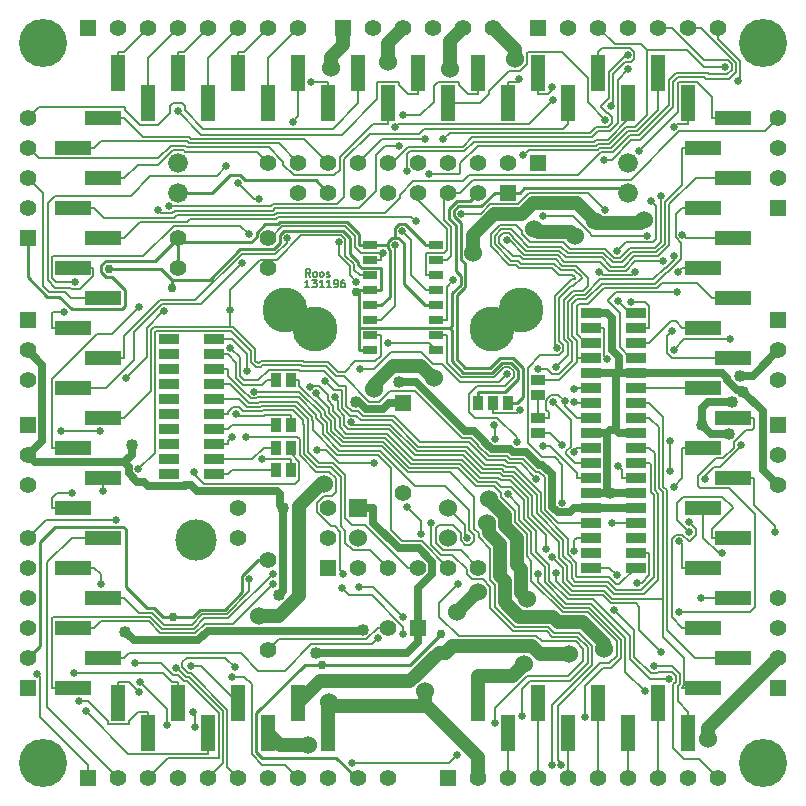
<source format=gtl>
G04 (created by PCBNEW-RS274X (2012-apr-16-27)-stable) date mer. 27 févr. 2013 14:04:48 CST*
G01*
G70*
G90*
%MOIN*%
G04 Gerber Fmt 3.4, Leading zero omitted, Abs format*
%FSLAX34Y34*%
G04 APERTURE LIST*
%ADD10C,0.006000*%
%ADD11C,0.006300*%
%ADD12R,0.060000X0.060000*%
%ADD13C,0.060000*%
%ADD14R,0.070800X0.035400*%
%ADD15C,0.138000*%
%ADD16R,0.055000X0.055000*%
%ADD17C,0.055000*%
%ADD18C,0.150000*%
%ADD19R,0.050000X0.120000*%
%ADD20R,0.120000X0.050000*%
%ADD21C,0.160000*%
%ADD22R,0.050000X0.025000*%
%ADD23R,0.038000X0.050000*%
%ADD24R,0.050000X0.038000*%
%ADD25C,0.066000*%
%ADD26C,0.040000*%
%ADD27C,0.025000*%
%ADD28C,0.030000*%
%ADD29C,0.046000*%
%ADD30C,0.010000*%
%ADD31C,0.025000*%
%ADD32C,0.008000*%
G04 APERTURE END LIST*
G54D10*
G54D11*
X22876Y-22151D02*
X22734Y-22151D01*
X22805Y-22151D02*
X22805Y-21901D01*
X22781Y-21937D01*
X22757Y-21961D01*
X22734Y-21973D01*
X22960Y-21901D02*
X23114Y-21901D01*
X23031Y-21996D01*
X23067Y-21996D01*
X23091Y-22008D01*
X23103Y-22020D01*
X23114Y-22044D01*
X23114Y-22104D01*
X23103Y-22127D01*
X23091Y-22139D01*
X23067Y-22151D01*
X22995Y-22151D01*
X22972Y-22139D01*
X22960Y-22127D01*
X23352Y-22151D02*
X23210Y-22151D01*
X23281Y-22151D02*
X23281Y-21901D01*
X23257Y-21937D01*
X23233Y-21961D01*
X23210Y-21973D01*
X23590Y-22151D02*
X23448Y-22151D01*
X23519Y-22151D02*
X23519Y-21901D01*
X23495Y-21937D01*
X23471Y-21961D01*
X23448Y-21973D01*
X23709Y-22151D02*
X23757Y-22151D01*
X23781Y-22139D01*
X23793Y-22127D01*
X23817Y-22092D01*
X23828Y-22044D01*
X23828Y-21949D01*
X23817Y-21925D01*
X23805Y-21913D01*
X23781Y-21901D01*
X23733Y-21901D01*
X23709Y-21913D01*
X23698Y-21925D01*
X23686Y-21949D01*
X23686Y-22008D01*
X23698Y-22032D01*
X23709Y-22044D01*
X23733Y-22056D01*
X23781Y-22056D01*
X23805Y-22044D01*
X23817Y-22032D01*
X23828Y-22008D01*
X24043Y-21901D02*
X23995Y-21901D01*
X23971Y-21913D01*
X23959Y-21925D01*
X23936Y-21961D01*
X23924Y-22008D01*
X23924Y-22104D01*
X23936Y-22127D01*
X23947Y-22139D01*
X23971Y-22151D01*
X24019Y-22151D01*
X24043Y-22139D01*
X24055Y-22127D01*
X24066Y-22104D01*
X24066Y-22044D01*
X24055Y-22020D01*
X24043Y-22008D01*
X24019Y-21996D01*
X23971Y-21996D01*
X23947Y-22008D01*
X23936Y-22020D01*
X23924Y-22044D01*
X22900Y-21801D02*
X22817Y-21682D01*
X22758Y-21801D02*
X22758Y-21551D01*
X22853Y-21551D01*
X22877Y-21563D01*
X22888Y-21575D01*
X22900Y-21599D01*
X22900Y-21635D01*
X22888Y-21658D01*
X22877Y-21670D01*
X22853Y-21682D01*
X22758Y-21682D01*
X23043Y-21801D02*
X23019Y-21789D01*
X23008Y-21777D01*
X22996Y-21754D01*
X22996Y-21682D01*
X23008Y-21658D01*
X23019Y-21646D01*
X23043Y-21635D01*
X23079Y-21635D01*
X23103Y-21646D01*
X23115Y-21658D01*
X23127Y-21682D01*
X23127Y-21754D01*
X23115Y-21777D01*
X23103Y-21789D01*
X23079Y-21801D01*
X23043Y-21801D01*
X23269Y-21801D02*
X23245Y-21789D01*
X23234Y-21777D01*
X23222Y-21754D01*
X23222Y-21682D01*
X23234Y-21658D01*
X23245Y-21646D01*
X23269Y-21635D01*
X23305Y-21635D01*
X23329Y-21646D01*
X23341Y-21658D01*
X23353Y-21682D01*
X23353Y-21754D01*
X23341Y-21777D01*
X23329Y-21789D01*
X23305Y-21801D01*
X23269Y-21801D01*
X23448Y-21789D02*
X23471Y-21801D01*
X23519Y-21801D01*
X23543Y-21789D01*
X23555Y-21765D01*
X23555Y-21754D01*
X23543Y-21730D01*
X23519Y-21718D01*
X23483Y-21718D01*
X23460Y-21706D01*
X23448Y-21682D01*
X23448Y-21670D01*
X23460Y-21646D01*
X23483Y-21635D01*
X23519Y-21635D01*
X23543Y-21646D01*
G54D12*
X24500Y-29500D03*
G54D13*
X27500Y-30500D03*
X27500Y-29500D03*
X24500Y-30500D03*
G54D14*
X18195Y-28386D03*
X18195Y-27886D03*
X18195Y-27386D03*
X18195Y-26886D03*
X18195Y-26386D03*
X18195Y-25886D03*
X18195Y-25386D03*
X18195Y-24886D03*
X18195Y-24386D03*
X18195Y-23886D03*
X19695Y-23886D03*
X19695Y-24386D03*
X19695Y-24886D03*
X19695Y-25386D03*
X19695Y-25886D03*
X19695Y-26386D03*
X19695Y-26886D03*
X19695Y-27386D03*
X19695Y-27886D03*
X19695Y-28386D03*
X32250Y-31500D03*
X33750Y-31500D03*
X32250Y-31000D03*
X33750Y-31000D03*
X32250Y-30500D03*
X33750Y-30500D03*
X32250Y-30000D03*
X33750Y-30000D03*
X32250Y-29500D03*
X33750Y-29500D03*
X32250Y-29000D03*
X33750Y-29000D03*
X32250Y-28500D03*
X33750Y-28500D03*
X32250Y-28000D03*
X33750Y-28000D03*
X32250Y-27500D03*
X33750Y-27500D03*
X32250Y-27000D03*
X33750Y-27000D03*
X32250Y-26500D03*
X33750Y-26500D03*
X32250Y-26000D03*
X33750Y-26000D03*
X32250Y-25500D03*
X33750Y-25500D03*
X32250Y-25000D03*
X33750Y-25000D03*
X32250Y-24500D03*
X33750Y-24500D03*
X32250Y-24000D03*
X33750Y-24000D03*
X32250Y-23500D03*
X33750Y-23500D03*
X32250Y-23000D03*
X33750Y-23000D03*
G54D15*
X19080Y-30579D03*
G54D16*
X29500Y-19000D03*
G54D17*
X28500Y-19000D03*
X27500Y-19000D03*
X26500Y-19000D03*
X25500Y-19000D03*
X24500Y-19000D03*
X23500Y-19000D03*
X22500Y-19000D03*
G54D18*
X28953Y-23527D03*
X23047Y-23527D03*
G54D16*
X30500Y-17998D03*
G54D17*
X29500Y-17998D03*
X28500Y-17998D03*
X27500Y-17998D03*
X26500Y-17998D03*
X25500Y-17998D03*
X24500Y-17998D03*
X23500Y-17998D03*
X22500Y-17998D03*
X21500Y-17998D03*
G54D18*
X29937Y-22921D03*
X22063Y-22921D03*
G54D16*
X23500Y-31500D03*
G54D17*
X24500Y-31500D03*
X25500Y-31500D03*
X26500Y-31500D03*
X27500Y-31500D03*
X28500Y-31500D03*
G54D16*
X26500Y-33500D03*
G54D17*
X25500Y-33500D03*
G54D16*
X38500Y-26750D03*
G54D17*
X38500Y-27750D03*
X38500Y-28750D03*
X21500Y-20500D03*
X18500Y-20500D03*
G54D16*
X38500Y-23250D03*
G54D17*
X38500Y-24250D03*
X38500Y-25250D03*
G54D16*
X13500Y-26750D03*
G54D17*
X13500Y-27750D03*
X13500Y-28750D03*
G54D16*
X13500Y-23250D03*
G54D17*
X13500Y-24250D03*
X13500Y-25250D03*
G54D19*
X16500Y-36000D03*
X17500Y-37000D03*
X18500Y-36000D03*
X19500Y-37000D03*
X20500Y-36000D03*
X21500Y-37000D03*
X22500Y-36000D03*
X23500Y-37000D03*
X28500Y-36000D03*
X29500Y-37000D03*
X30500Y-36000D03*
X31500Y-37000D03*
X32500Y-36000D03*
X33500Y-37000D03*
X34500Y-36000D03*
X35500Y-37000D03*
G54D20*
X36000Y-35500D03*
X37000Y-34500D03*
X36000Y-33500D03*
X37000Y-32500D03*
X36000Y-31500D03*
X37000Y-30500D03*
X36000Y-29500D03*
X37000Y-28500D03*
X36000Y-27500D03*
X37000Y-26500D03*
X36000Y-25500D03*
X37000Y-24500D03*
X36000Y-23500D03*
X37000Y-22500D03*
X36000Y-21500D03*
X37000Y-20500D03*
X36000Y-19500D03*
X37000Y-18500D03*
X36000Y-17500D03*
X37000Y-16500D03*
G54D19*
X35500Y-16000D03*
X34500Y-15000D03*
X33500Y-16000D03*
X32500Y-15000D03*
X31500Y-16000D03*
X30500Y-15000D03*
X29500Y-16000D03*
X28500Y-15000D03*
X27500Y-16000D03*
X26500Y-15000D03*
X25500Y-16000D03*
X24500Y-15000D03*
X23500Y-16000D03*
X22500Y-15000D03*
X21500Y-16000D03*
X20500Y-15000D03*
X19500Y-16000D03*
X18500Y-15000D03*
X17500Y-16000D03*
X16500Y-15000D03*
G54D20*
X16000Y-16500D03*
X15000Y-17500D03*
X16000Y-18500D03*
X15000Y-19500D03*
X16000Y-20500D03*
X15000Y-21500D03*
X16000Y-22500D03*
X15000Y-23500D03*
X16000Y-24500D03*
X15000Y-25500D03*
X16000Y-26500D03*
X15000Y-27500D03*
X16000Y-28500D03*
X15000Y-29500D03*
X16000Y-30500D03*
X15000Y-31500D03*
X16000Y-32500D03*
X15000Y-33500D03*
X16000Y-34500D03*
X15000Y-35500D03*
G54D21*
X38000Y-38000D03*
X14000Y-38000D03*
X14000Y-14000D03*
X38000Y-14000D03*
G54D22*
X24900Y-20750D03*
X24900Y-21250D03*
X24900Y-21750D03*
X24900Y-22250D03*
X27100Y-22250D03*
X27100Y-21750D03*
X27100Y-21250D03*
X27100Y-20750D03*
X24900Y-22750D03*
X24900Y-23250D03*
X24900Y-23750D03*
X24900Y-24250D03*
X27100Y-24250D03*
X27100Y-23750D03*
X27100Y-23250D03*
X27100Y-22750D03*
G54D23*
X29500Y-26000D03*
X29000Y-26000D03*
X28500Y-26000D03*
G54D24*
X30500Y-27000D03*
X30500Y-26500D03*
G54D23*
X22250Y-25250D03*
X21750Y-25250D03*
X22250Y-27500D03*
X21750Y-27500D03*
X22250Y-28250D03*
X21750Y-28250D03*
X22250Y-26750D03*
X21750Y-26750D03*
G54D24*
X30500Y-25750D03*
X30500Y-25250D03*
G54D16*
X15500Y-38500D03*
G54D17*
X16500Y-38500D03*
X17500Y-38500D03*
X18500Y-38500D03*
X19500Y-38500D03*
X20500Y-38500D03*
X21500Y-38500D03*
X22500Y-38500D03*
X23500Y-38500D03*
X24500Y-38500D03*
X25500Y-38500D03*
G54D16*
X27500Y-38500D03*
G54D17*
X28500Y-38500D03*
X29500Y-38500D03*
X30500Y-38500D03*
X31500Y-38500D03*
X32500Y-38500D03*
X33500Y-38500D03*
X34500Y-38500D03*
X35500Y-38500D03*
X36500Y-38500D03*
G54D16*
X13500Y-35500D03*
G54D17*
X13500Y-34500D03*
X13500Y-33500D03*
X13500Y-32500D03*
X13500Y-31500D03*
X13500Y-30500D03*
G54D16*
X13500Y-20500D03*
G54D17*
X13500Y-19500D03*
X13500Y-18500D03*
X13500Y-17500D03*
X13500Y-16500D03*
G54D16*
X15500Y-13500D03*
G54D17*
X16500Y-13500D03*
X17500Y-13500D03*
X18500Y-13500D03*
X19500Y-13500D03*
X20500Y-13500D03*
X21500Y-13500D03*
X22500Y-13500D03*
G54D16*
X30500Y-13500D03*
G54D17*
X31500Y-13500D03*
X32500Y-13500D03*
X33500Y-13500D03*
X34500Y-13500D03*
X35500Y-13500D03*
X36500Y-13500D03*
G54D16*
X24000Y-13500D03*
G54D17*
X25000Y-13500D03*
X26000Y-13500D03*
X27000Y-13500D03*
X28000Y-13500D03*
X29000Y-13500D03*
G54D16*
X38500Y-35500D03*
G54D17*
X38500Y-34500D03*
X38500Y-33500D03*
X38500Y-32500D03*
G54D16*
X38500Y-19500D03*
G54D17*
X38500Y-18500D03*
X38500Y-17500D03*
X38500Y-16500D03*
X23500Y-29500D03*
X20500Y-29500D03*
X23500Y-30500D03*
X20500Y-30500D03*
X21500Y-31250D03*
X21500Y-34250D03*
G54D16*
X26000Y-26000D03*
G54D17*
X26000Y-29000D03*
X21500Y-21500D03*
X18500Y-21500D03*
G54D25*
X18500Y-18000D03*
X18500Y-19000D03*
X33500Y-18000D03*
X33500Y-19000D03*
G54D13*
X31741Y-20455D03*
X32705Y-34193D03*
X28785Y-30022D03*
X31512Y-34366D03*
X30375Y-20204D03*
X25477Y-14649D03*
X32407Y-19952D03*
X27017Y-25184D03*
X28340Y-21019D03*
X34016Y-19895D03*
X25027Y-25555D03*
X22828Y-37391D03*
X23353Y-28709D03*
X27550Y-14882D03*
X21195Y-33093D03*
G54D26*
X23094Y-34344D03*
X25861Y-25299D03*
G54D27*
X24553Y-24871D03*
X35307Y-20393D03*
X33157Y-28107D03*
X29449Y-25051D03*
X33022Y-32903D03*
X24003Y-31700D03*
X20776Y-27130D03*
X22311Y-16641D03*
X21205Y-19220D03*
X20492Y-18678D03*
X30946Y-38057D03*
X21011Y-25627D03*
X22938Y-15297D03*
G54D26*
X21861Y-32395D03*
X24415Y-25971D03*
X36871Y-27024D03*
X36974Y-25973D03*
X16970Y-27405D03*
X21989Y-29513D03*
X35961Y-26741D03*
X37218Y-25100D03*
G54D13*
X27785Y-32969D03*
X26736Y-35621D03*
X28492Y-32302D03*
X36170Y-37193D03*
X29713Y-14530D03*
X23514Y-35965D03*
G54D28*
X16197Y-21529D03*
X18294Y-22184D03*
X18315Y-33143D03*
X27260Y-33715D03*
X24437Y-22304D03*
X23302Y-34735D03*
G54D26*
X37335Y-25631D03*
X32905Y-29000D03*
X24647Y-33568D03*
X16740Y-33626D03*
G54D27*
X35012Y-16804D03*
X33499Y-14872D03*
X30000Y-17755D03*
X26718Y-17208D03*
X32696Y-17897D03*
X27925Y-19691D03*
X26412Y-19952D03*
X32722Y-19563D03*
X20099Y-18122D03*
X33480Y-14415D03*
X37145Y-15274D03*
X27339Y-17218D03*
X25963Y-20285D03*
X20849Y-20390D03*
X15049Y-21977D03*
X14682Y-22970D03*
X25481Y-24013D03*
X22127Y-20504D03*
X31096Y-31680D03*
X35939Y-32500D03*
X34593Y-34291D03*
X38402Y-30301D03*
X34860Y-35206D03*
X23109Y-25680D03*
X35010Y-28806D03*
X34674Y-21271D03*
X29447Y-20581D03*
X23846Y-20650D03*
X24433Y-21963D03*
X32807Y-24529D03*
X35206Y-30620D03*
X35529Y-30296D03*
X33605Y-22624D03*
X30499Y-24868D03*
X35026Y-21121D03*
X35134Y-22309D03*
X35161Y-21634D03*
X29060Y-36674D03*
X36641Y-31015D03*
X27841Y-32032D03*
X31384Y-25952D03*
X34368Y-34783D03*
X35538Y-29982D03*
X31691Y-25528D03*
X31698Y-25968D03*
X35179Y-32973D03*
X30962Y-31137D03*
X30657Y-19780D03*
X34115Y-20424D03*
X34966Y-23623D03*
X25995Y-33699D03*
X33118Y-31745D03*
X21657Y-32034D03*
X23944Y-32173D03*
X20873Y-31877D03*
X23393Y-25283D03*
X32965Y-30000D03*
X21673Y-31720D03*
X25985Y-33125D03*
X24543Y-32137D03*
X33780Y-32012D03*
X25174Y-33831D03*
X17175Y-28219D03*
X17205Y-35631D03*
X33148Y-22591D03*
X20419Y-26380D03*
X20237Y-24157D03*
X33845Y-17599D03*
X30435Y-28526D03*
X24256Y-26656D03*
X23710Y-25820D03*
X22885Y-25461D03*
X30761Y-30878D03*
X30668Y-27454D03*
X20806Y-24942D03*
X34900Y-27288D03*
X34901Y-28278D03*
X33734Y-21651D03*
X32527Y-21624D03*
X29864Y-15220D03*
X17833Y-19578D03*
X25979Y-16415D03*
X25860Y-17436D03*
X33135Y-20946D03*
X32734Y-16577D03*
X34257Y-19262D03*
X18484Y-16270D03*
X18040Y-22951D03*
X16752Y-25165D03*
X25715Y-20737D03*
X20635Y-21342D03*
X25310Y-21015D03*
X27671Y-21906D03*
X34062Y-35616D03*
X29501Y-29050D03*
X20210Y-22898D03*
X36719Y-14812D03*
X26868Y-18376D03*
X26934Y-30002D03*
X29948Y-36439D03*
X29782Y-27306D03*
X18411Y-34837D03*
X17183Y-22802D03*
X20381Y-34822D03*
X26121Y-18283D03*
X30986Y-15917D03*
X20295Y-35136D03*
X25728Y-16797D03*
X32912Y-16120D03*
X18209Y-19444D03*
X19001Y-36319D03*
X19053Y-36796D03*
X30949Y-15460D03*
X34599Y-19105D03*
X30496Y-31716D03*
X32044Y-36463D03*
X27800Y-37731D03*
X24295Y-38012D03*
X31112Y-24178D03*
X18120Y-36741D03*
X16000Y-28946D03*
X17214Y-35317D03*
X15925Y-32055D03*
X17071Y-34686D03*
X14972Y-29008D03*
X13786Y-35036D03*
G54D13*
X30033Y-34710D03*
X30122Y-32531D03*
X28860Y-29195D03*
X23602Y-14848D03*
G54D27*
X37265Y-27403D03*
X36071Y-28548D03*
X15885Y-26951D03*
X14580Y-26951D03*
X36896Y-23885D03*
X35034Y-24225D03*
X31005Y-25988D03*
X31099Y-24805D03*
X31260Y-38084D03*
X31294Y-29329D03*
X31708Y-30950D03*
X20298Y-27137D03*
X15209Y-35953D03*
X15022Y-35001D03*
X15418Y-36279D03*
X18929Y-34765D03*
X16432Y-29896D03*
X31707Y-27654D03*
X26586Y-30380D03*
X26116Y-29472D03*
X29032Y-26729D03*
X29053Y-27193D03*
X21296Y-27875D03*
X23139Y-27581D03*
X25013Y-27997D03*
X19014Y-28318D03*
X29896Y-26245D03*
X28141Y-30494D03*
X31308Y-27405D03*
G54D29*
X32006Y-33323D02*
X32705Y-34022D01*
X28856Y-30343D02*
X29235Y-30722D01*
X29392Y-32653D02*
X29873Y-33134D01*
X26000Y-13500D02*
X25477Y-14023D01*
X31741Y-20455D02*
X31592Y-20306D01*
X27420Y-34327D02*
X27640Y-34107D01*
X29392Y-31925D02*
X29392Y-32653D01*
X30477Y-20306D02*
X30375Y-20204D01*
X29235Y-31768D02*
X29392Y-31925D01*
X28785Y-30022D02*
X28856Y-30093D01*
X28856Y-30093D02*
X28856Y-30343D01*
X30546Y-34366D02*
X31512Y-34366D01*
X31592Y-20306D02*
X30477Y-20306D01*
X29235Y-30722D02*
X29235Y-31768D01*
X27178Y-34327D02*
X27420Y-34327D01*
X30984Y-33134D02*
X31173Y-33323D01*
X25477Y-14023D02*
X25477Y-14649D01*
X23214Y-35286D02*
X26219Y-35286D01*
X22500Y-36000D02*
X23214Y-35286D01*
X29873Y-33134D02*
X30984Y-33134D01*
X30287Y-34107D02*
X30546Y-34366D01*
X27640Y-34107D02*
X30287Y-34107D01*
X31173Y-33323D02*
X32006Y-33323D01*
X26219Y-35286D02*
X27178Y-34327D01*
X32705Y-34022D02*
X32705Y-34193D01*
X27550Y-13950D02*
X27550Y-14882D01*
X28000Y-13500D02*
X27550Y-13950D01*
X23272Y-28709D02*
X23353Y-28709D01*
X22535Y-29446D02*
X23272Y-28709D01*
X22535Y-32432D02*
X22535Y-29446D01*
X21195Y-33093D02*
X21874Y-33093D01*
X25661Y-24787D02*
X25027Y-25421D01*
X26603Y-24787D02*
X25661Y-24787D01*
X21500Y-37000D02*
X21891Y-37391D01*
X27000Y-25184D02*
X26603Y-24787D01*
X27017Y-25184D02*
X27000Y-25184D01*
X33920Y-19991D02*
X34016Y-19895D01*
X32446Y-19991D02*
X33920Y-19991D01*
X32407Y-19952D02*
X32446Y-19991D01*
X21874Y-33093D02*
X22535Y-32432D01*
X28341Y-21019D02*
X28340Y-21019D01*
X28341Y-20414D02*
X28341Y-21019D01*
X29033Y-19722D02*
X28341Y-20414D01*
X29961Y-19722D02*
X29033Y-19722D01*
X30337Y-19346D02*
X29961Y-19722D01*
X31801Y-19346D02*
X30337Y-19346D01*
X32407Y-19952D02*
X31801Y-19346D01*
X25027Y-25421D02*
X25027Y-25555D01*
X21891Y-37391D02*
X22828Y-37391D01*
G54D30*
X27827Y-19453D02*
X27687Y-19593D01*
X27687Y-19593D02*
X27687Y-19789D01*
X28600Y-19453D02*
X27827Y-19453D01*
X29053Y-19000D02*
X28600Y-19453D01*
X29500Y-19000D02*
X29053Y-19000D01*
X26737Y-22750D02*
X26025Y-22038D01*
X28073Y-24839D02*
X28889Y-24839D01*
X25477Y-20639D02*
X25477Y-20750D01*
X25617Y-20499D02*
X25477Y-20639D01*
X25725Y-20499D02*
X25617Y-20499D01*
X29993Y-25810D02*
X29803Y-26000D01*
X29993Y-24824D02*
X29993Y-25810D01*
X29672Y-24503D02*
X29993Y-24824D01*
X29225Y-24503D02*
X29672Y-24503D01*
X28889Y-24839D02*
X29225Y-24503D01*
X27687Y-19789D02*
X27917Y-20019D01*
X27783Y-24549D02*
X28073Y-24839D01*
X27783Y-23864D02*
X27783Y-24549D01*
X27793Y-23854D02*
X27783Y-23864D01*
X27793Y-22407D02*
X27793Y-23854D01*
X28074Y-22126D02*
X27793Y-22407D01*
X28074Y-21362D02*
X28074Y-22126D01*
X27917Y-21205D02*
X28074Y-21362D01*
X27917Y-20019D02*
X27917Y-21205D01*
X23088Y-18588D02*
X20741Y-18588D01*
X23500Y-19000D02*
X23088Y-18588D01*
X29500Y-26000D02*
X29803Y-26000D01*
X24900Y-20750D02*
X24537Y-20750D01*
X20741Y-18588D02*
X20559Y-18406D01*
X18500Y-21500D02*
X18500Y-20500D01*
X13500Y-21820D02*
X13500Y-20500D01*
X14142Y-22462D02*
X13500Y-21820D01*
X14519Y-22462D02*
X14142Y-22462D01*
X14944Y-22887D02*
X14519Y-22462D01*
X16624Y-22887D02*
X14944Y-22887D01*
X16742Y-22769D02*
X16624Y-22887D01*
X20213Y-18406D02*
X19619Y-19000D01*
X19619Y-19000D02*
X18500Y-19000D01*
X26025Y-22038D02*
X26025Y-20685D01*
X20559Y-18406D02*
X20213Y-18406D01*
X25477Y-20835D02*
X25549Y-20907D01*
X27100Y-22750D02*
X26737Y-22750D01*
X27100Y-20750D02*
X26737Y-20750D01*
X29500Y-19000D02*
X29888Y-19000D01*
X30038Y-18850D02*
X29888Y-19000D01*
X33350Y-18850D02*
X30038Y-18850D01*
X33500Y-19000D02*
X33350Y-18850D01*
X25477Y-20750D02*
X25263Y-20750D01*
X25549Y-22464D02*
X25263Y-22750D01*
X25549Y-20907D02*
X25549Y-22464D01*
X16742Y-22225D02*
X16742Y-22769D01*
X25477Y-20750D02*
X25477Y-20835D01*
X25725Y-20187D02*
X25725Y-20499D01*
X25865Y-20047D02*
X25725Y-20187D01*
X26062Y-20047D02*
X25865Y-20047D01*
X26737Y-20722D02*
X26062Y-20047D01*
X26737Y-20750D02*
X26737Y-20722D01*
X25839Y-20499D02*
X25725Y-20499D01*
X26025Y-20685D02*
X25839Y-20499D01*
X24900Y-22750D02*
X25263Y-22750D01*
X16309Y-21792D02*
X16742Y-22225D01*
X16088Y-21792D02*
X16309Y-21792D01*
X15934Y-21638D02*
X16088Y-21792D01*
X15934Y-21420D02*
X15934Y-21638D01*
X16088Y-21266D02*
X15934Y-21420D01*
X17734Y-21266D02*
X16088Y-21266D01*
X18500Y-20500D02*
X17734Y-21266D01*
X18637Y-20637D02*
X18500Y-20500D01*
X20939Y-20637D02*
X18637Y-20637D01*
X21901Y-19960D02*
X21818Y-20043D01*
X24537Y-20750D02*
X24537Y-20365D01*
X21112Y-20324D02*
X21112Y-20464D01*
X24537Y-20365D02*
X24132Y-19960D01*
X24132Y-19960D02*
X21901Y-19960D01*
X21112Y-20464D02*
X20939Y-20637D01*
X21818Y-20043D02*
X21393Y-20043D01*
X24900Y-20750D02*
X25263Y-20750D01*
X21393Y-20043D02*
X21112Y-20324D01*
G54D31*
X29562Y-27542D02*
X28946Y-27542D01*
X25846Y-30846D02*
X26515Y-30846D01*
X30642Y-28060D02*
X30524Y-28060D01*
X28730Y-27326D02*
X28730Y-27318D01*
X26973Y-31304D02*
X26973Y-31696D01*
X30093Y-27629D02*
X29649Y-27629D01*
X30524Y-28060D02*
X30093Y-27629D01*
X30971Y-29462D02*
X30971Y-28389D01*
X24998Y-29500D02*
X24998Y-29998D01*
X31546Y-29652D02*
X31161Y-29652D01*
X26500Y-33500D02*
X26500Y-33973D01*
X28730Y-27318D02*
X28352Y-26940D01*
X26973Y-31696D02*
X26500Y-32169D01*
X28946Y-27542D02*
X28730Y-27326D01*
X29649Y-27629D02*
X29562Y-27542D01*
X26515Y-30846D02*
X26973Y-31304D01*
X26129Y-34344D02*
X23094Y-34344D01*
X26500Y-33973D02*
X26129Y-34344D01*
X30971Y-28389D02*
X30642Y-28060D01*
X24998Y-29998D02*
X25846Y-30846D01*
X31161Y-29652D02*
X30971Y-29462D01*
X31698Y-29500D02*
X31546Y-29652D01*
X32250Y-29500D02*
X31698Y-29500D01*
X33750Y-29500D02*
X32250Y-29500D01*
X24500Y-29500D02*
X24998Y-29500D01*
X26421Y-25299D02*
X25861Y-25299D01*
X28062Y-26940D02*
X26421Y-25299D01*
X26500Y-32169D02*
X26500Y-33500D01*
X28352Y-26940D02*
X28062Y-26940D01*
G54D32*
X25018Y-24871D02*
X24553Y-24871D01*
X27277Y-24694D02*
X26995Y-24694D01*
X25584Y-24305D02*
X25018Y-24871D01*
X26606Y-24305D02*
X25584Y-24305D01*
X26995Y-24694D02*
X26606Y-24305D01*
X27881Y-25298D02*
X27277Y-24694D01*
X29202Y-25298D02*
X27881Y-25298D01*
X29449Y-25051D02*
X29202Y-25298D01*
X35414Y-20500D02*
X35307Y-20393D01*
X37000Y-20500D02*
X35414Y-20500D01*
X33293Y-28243D02*
X33157Y-28107D01*
X33293Y-28500D02*
X33293Y-28243D01*
X33750Y-28500D02*
X33293Y-28500D01*
X22500Y-16452D02*
X22311Y-16641D01*
X34944Y-34967D02*
X34507Y-34967D01*
X23587Y-30121D02*
X23714Y-30121D01*
X23627Y-29122D02*
X23344Y-29122D01*
X35363Y-37860D02*
X35003Y-37500D01*
X34253Y-35011D02*
X33707Y-34465D01*
X34463Y-35011D02*
X34253Y-35011D01*
X23888Y-30295D02*
X23888Y-31585D01*
X23122Y-29344D02*
X23122Y-29656D01*
X35088Y-35301D02*
X35088Y-35111D01*
X35003Y-35386D02*
X35088Y-35301D01*
X23767Y-28519D02*
X23767Y-28982D01*
X23083Y-28294D02*
X23542Y-28294D01*
X35860Y-37860D02*
X35363Y-37860D01*
X36500Y-38500D02*
X35860Y-37860D01*
X22500Y-15000D02*
X22500Y-16452D01*
X34507Y-34967D02*
X34463Y-35011D01*
X23888Y-31585D02*
X24003Y-31700D01*
X23714Y-30121D02*
X23888Y-30295D01*
X35088Y-35111D02*
X34944Y-34967D01*
X23122Y-29656D02*
X23587Y-30121D01*
X23344Y-29122D02*
X23122Y-29344D01*
X33707Y-33588D02*
X33022Y-32903D01*
X23767Y-28982D02*
X23627Y-29122D01*
X23542Y-28294D02*
X23767Y-28519D01*
X22544Y-27755D02*
X23083Y-28294D01*
X22544Y-27206D02*
X22544Y-27755D01*
X33707Y-34465D02*
X33707Y-33588D01*
X22468Y-27130D02*
X22544Y-27206D01*
X35003Y-37500D02*
X35003Y-35386D01*
X20776Y-27130D02*
X22468Y-27130D01*
X23500Y-15297D02*
X22938Y-15297D01*
X21034Y-19220D02*
X20492Y-18678D01*
X21205Y-19220D02*
X21034Y-19220D01*
X23500Y-16000D02*
X23500Y-15297D01*
X30946Y-36087D02*
X30946Y-38057D01*
X32292Y-34741D02*
X30946Y-36087D01*
X32292Y-34094D02*
X32292Y-34741D01*
X31864Y-33666D02*
X32292Y-34094D01*
X31031Y-33666D02*
X31864Y-33666D01*
X30842Y-33477D02*
X31031Y-33666D01*
X29731Y-33477D02*
X30842Y-33477D01*
X29049Y-32795D02*
X29731Y-33477D01*
X29049Y-32067D02*
X29049Y-32795D01*
X28892Y-31910D02*
X29049Y-32067D01*
X28892Y-30864D02*
X28892Y-31910D01*
X28513Y-30485D02*
X28892Y-30864D01*
X28513Y-30339D02*
X28513Y-30485D01*
X28368Y-30194D02*
X28513Y-30339D01*
X28368Y-29124D02*
X28368Y-30194D01*
X27566Y-28322D02*
X28368Y-29124D01*
X26146Y-28322D02*
X27566Y-28322D01*
X25280Y-27456D02*
X26146Y-28322D01*
X23922Y-27456D02*
X25280Y-27456D01*
X23456Y-26990D02*
X23922Y-27456D01*
X23456Y-26672D02*
X23456Y-26990D01*
X23244Y-26460D02*
X23456Y-26672D01*
X23244Y-26346D02*
X23244Y-26460D01*
X22525Y-25627D02*
X23244Y-26346D01*
X21011Y-25627D02*
X22525Y-25627D01*
X18712Y-16100D02*
X18614Y-16002D01*
X18712Y-16241D02*
X18712Y-16100D01*
X19340Y-16869D02*
X18712Y-16241D01*
X23650Y-16869D02*
X19340Y-16869D01*
X24500Y-16019D02*
X23650Y-16869D01*
X24500Y-15000D02*
X24500Y-16019D01*
X13854Y-16146D02*
X13500Y-16500D01*
X16700Y-16146D02*
X13854Y-16146D01*
X16722Y-16168D02*
X16700Y-16146D01*
X16722Y-16236D02*
X16722Y-16168D01*
X17217Y-16731D02*
X16722Y-16236D01*
X17833Y-16731D02*
X17217Y-16731D01*
X18235Y-16329D02*
X17833Y-16731D01*
X18235Y-16100D02*
X18235Y-16329D01*
X18333Y-16002D02*
X18235Y-16100D01*
X18614Y-16002D02*
X18333Y-16002D01*
G54D31*
X21891Y-29415D02*
X21989Y-29513D01*
X21791Y-28950D02*
X19123Y-28950D01*
X21861Y-32395D02*
X21996Y-32260D01*
X21996Y-32260D02*
X21996Y-29520D01*
X21996Y-29520D02*
X21989Y-29513D01*
X21891Y-29050D02*
X21791Y-28950D01*
X21891Y-29050D02*
X21891Y-29415D01*
X19123Y-28950D02*
X18924Y-28751D01*
X18924Y-28751D02*
X18736Y-28751D01*
X18736Y-28751D02*
X18720Y-28767D01*
X18720Y-28767D02*
X17496Y-28767D01*
X17496Y-28767D02*
X17371Y-28642D01*
X17371Y-28642D02*
X17142Y-28642D01*
X17142Y-28642D02*
X16852Y-28352D01*
X16852Y-28352D02*
X16852Y-28138D01*
X16852Y-28138D02*
X16704Y-27990D01*
X24415Y-25971D02*
X24522Y-25971D01*
X24522Y-25971D02*
X24757Y-26206D01*
X24757Y-26206D02*
X25321Y-26206D01*
X25321Y-26206D02*
X25527Y-26000D01*
X36164Y-25973D02*
X36974Y-25973D01*
X36244Y-27024D02*
X36871Y-27024D01*
X35961Y-26741D02*
X35961Y-26176D01*
X37650Y-25100D02*
X37218Y-25100D01*
X13740Y-27990D02*
X13500Y-27750D01*
X13500Y-24250D02*
X13974Y-24724D01*
X13974Y-24724D02*
X13974Y-27276D01*
X35961Y-26176D02*
X36164Y-25973D01*
X16704Y-27990D02*
X13740Y-27990D01*
X38500Y-24250D02*
X37650Y-25100D01*
X35961Y-26741D02*
X36244Y-27024D01*
X26000Y-26000D02*
X25527Y-26000D01*
X16704Y-27990D02*
X16970Y-27724D01*
X16970Y-27724D02*
X16970Y-27405D01*
X13974Y-27276D02*
X13500Y-27750D01*
G54D29*
X28500Y-37809D02*
X28500Y-38500D01*
X23514Y-36097D02*
X23514Y-35965D01*
X26788Y-36097D02*
X28500Y-37809D01*
X26736Y-36097D02*
X26788Y-36097D01*
X26736Y-36097D02*
X26736Y-35621D01*
X23500Y-37000D02*
X23500Y-36097D01*
X23500Y-36097D02*
X23514Y-36097D01*
X23514Y-36097D02*
X26736Y-36097D01*
X29000Y-13500D02*
X29713Y-14213D01*
X27785Y-32969D02*
X28452Y-32302D01*
X28452Y-32302D02*
X28492Y-32302D01*
X29713Y-14213D02*
X29713Y-14530D01*
X38500Y-34500D02*
X36170Y-36830D01*
X36170Y-36830D02*
X36170Y-37193D01*
G54D30*
X29403Y-25637D02*
X28500Y-25637D01*
X29830Y-25210D02*
X29403Y-25637D01*
X29606Y-24668D02*
X29830Y-24892D01*
X29830Y-24892D02*
X29830Y-25210D01*
X27524Y-19525D02*
X27524Y-19857D01*
X28500Y-19000D02*
X28240Y-19260D01*
X28240Y-19260D02*
X27789Y-19260D01*
X27789Y-19260D02*
X27524Y-19525D01*
X21109Y-37652D02*
X21109Y-36341D01*
X29291Y-24668D02*
X29606Y-24668D01*
X28957Y-25002D02*
X29291Y-24668D01*
X28005Y-25002D02*
X28957Y-25002D01*
X27620Y-24617D02*
X28005Y-25002D01*
X27620Y-23571D02*
X27620Y-24617D01*
X27561Y-23512D02*
X27620Y-23571D01*
X22715Y-34735D02*
X23302Y-34735D01*
X21109Y-36341D02*
X22715Y-34735D01*
X13500Y-34500D02*
X13907Y-34093D01*
X21161Y-31250D02*
X21500Y-31250D01*
X20624Y-31787D02*
X21161Y-31250D01*
X20624Y-32322D02*
X20624Y-31787D01*
X20052Y-32894D02*
X20624Y-32322D01*
X19236Y-32894D02*
X20052Y-32894D01*
X18993Y-33137D02*
X19236Y-32894D01*
X18315Y-33137D02*
X18993Y-33137D01*
X27524Y-19857D02*
X27752Y-20085D01*
X27630Y-23443D02*
X27561Y-23512D01*
X27630Y-22339D02*
X27630Y-23443D01*
X27911Y-22058D02*
X27630Y-22339D01*
X27911Y-21781D02*
X27911Y-22058D01*
X27752Y-21622D02*
X27911Y-21781D01*
X27752Y-20085D02*
X27752Y-21622D01*
X23772Y-37825D02*
X21282Y-37825D01*
X24447Y-38500D02*
X23772Y-37825D01*
X24500Y-38500D02*
X24447Y-38500D01*
X21282Y-37825D02*
X21109Y-37652D01*
X26240Y-34735D02*
X27260Y-33715D01*
X23302Y-34735D02*
X26240Y-34735D01*
X20548Y-20889D02*
X19545Y-21892D01*
X24483Y-22304D02*
X24437Y-22304D01*
X24537Y-22250D02*
X24483Y-22304D01*
X19545Y-21892D02*
X18294Y-21892D01*
X21679Y-20889D02*
X20548Y-20889D01*
X21889Y-20679D02*
X21679Y-20889D01*
X21889Y-20406D02*
X21889Y-20679D01*
X22029Y-20266D02*
X21889Y-20406D01*
X24004Y-20266D02*
X22029Y-20266D01*
X24229Y-20491D02*
X24004Y-20266D01*
X24229Y-21034D02*
X24229Y-20491D01*
X24509Y-21314D02*
X24229Y-21034D01*
X28500Y-26000D02*
X28500Y-25637D01*
X24900Y-24250D02*
X24537Y-24250D01*
X13907Y-34093D02*
X13907Y-30631D01*
X24900Y-22250D02*
X25263Y-22250D01*
X24900Y-22250D02*
X24537Y-22250D01*
X18294Y-21892D02*
X18294Y-22184D01*
X17931Y-21529D02*
X16197Y-21529D01*
X18294Y-21892D02*
X17931Y-21529D01*
X18315Y-33137D02*
X18315Y-33143D01*
X24509Y-21397D02*
X24509Y-21314D01*
X17981Y-33137D02*
X18315Y-33137D01*
X17694Y-32850D02*
X17981Y-33137D01*
X17471Y-32850D02*
X17694Y-32850D01*
X16759Y-32138D02*
X17471Y-32850D01*
X16759Y-30223D02*
X16759Y-32138D01*
X16672Y-30136D02*
X16759Y-30223D01*
X14402Y-30136D02*
X16672Y-30136D01*
X13907Y-30631D02*
X14402Y-30136D01*
X24616Y-21504D02*
X24509Y-21397D01*
X25252Y-21504D02*
X24616Y-21504D01*
X25263Y-21515D02*
X25252Y-21504D01*
X25263Y-22250D02*
X25263Y-21515D01*
X24537Y-24250D02*
X24537Y-23512D01*
X24537Y-23512D02*
X24537Y-22250D01*
X27561Y-23512D02*
X24537Y-23512D01*
G54D31*
X19170Y-33920D02*
X19481Y-33609D01*
X33088Y-25110D02*
X33198Y-25000D01*
X32250Y-29000D02*
X32802Y-29000D01*
X33750Y-25000D02*
X33198Y-25000D01*
X32904Y-26898D02*
X32802Y-27000D01*
X36802Y-25163D02*
X36639Y-25000D01*
X37129Y-25575D02*
X36802Y-25248D01*
X32802Y-23000D02*
X32250Y-23000D01*
X33198Y-25000D02*
X33198Y-24463D01*
X32802Y-27000D02*
X32802Y-29000D01*
X33088Y-26898D02*
X32904Y-26898D01*
X24606Y-33609D02*
X24647Y-33568D01*
X16740Y-33626D02*
X17034Y-33920D01*
X32905Y-29000D02*
X33750Y-29000D01*
X32802Y-27000D02*
X32250Y-27000D01*
X36639Y-25000D02*
X33750Y-25000D01*
X32986Y-25009D02*
X33088Y-25110D01*
X33088Y-26898D02*
X33088Y-25110D01*
X32250Y-25000D02*
X32802Y-25000D01*
X32969Y-24234D02*
X32969Y-23167D01*
X32802Y-25000D02*
X32811Y-25009D01*
X37984Y-26280D02*
X37335Y-25631D01*
X37984Y-28234D02*
X37984Y-26280D01*
X19481Y-33609D02*
X24606Y-33609D01*
X37335Y-25631D02*
X37279Y-25575D01*
X17034Y-33920D02*
X19170Y-33920D01*
X33190Y-27000D02*
X33088Y-26898D01*
X32811Y-25009D02*
X32986Y-25009D01*
X33750Y-27000D02*
X33190Y-27000D01*
X36802Y-25248D02*
X36802Y-25163D01*
X32969Y-23167D02*
X32802Y-23000D01*
X33198Y-24463D02*
X32969Y-24234D01*
X37279Y-25575D02*
X37129Y-25575D01*
X38500Y-28750D02*
X37984Y-28234D01*
X32802Y-29000D02*
X32905Y-29000D01*
G54D32*
X32497Y-16948D02*
X32889Y-16948D01*
X32297Y-17148D02*
X32497Y-16948D01*
X28307Y-17148D02*
X32297Y-17148D01*
X27981Y-17474D02*
X28307Y-17148D01*
X26145Y-17474D02*
X27981Y-17474D01*
X25621Y-17998D02*
X26145Y-17474D01*
X25500Y-17998D02*
X25621Y-17998D01*
X32889Y-16948D02*
X33147Y-16690D01*
X35113Y-16703D02*
X35500Y-16703D01*
X35012Y-16804D02*
X35113Y-16703D01*
X35500Y-16000D02*
X35500Y-16703D01*
X33147Y-15224D02*
X33499Y-14872D01*
X33147Y-16690D02*
X33147Y-15224D01*
X25290Y-17208D02*
X26718Y-17208D01*
X24500Y-17998D02*
X25290Y-17208D01*
X34500Y-16227D02*
X34500Y-15000D01*
X33783Y-16944D02*
X34500Y-16227D01*
X33502Y-16944D02*
X33783Y-16944D01*
X32934Y-17512D02*
X33502Y-16944D01*
X32542Y-17512D02*
X32934Y-17512D01*
X32477Y-17577D02*
X32542Y-17512D01*
X30178Y-17577D02*
X32477Y-17577D01*
X30000Y-17755D02*
X30178Y-17577D01*
X16703Y-14297D02*
X16500Y-14297D01*
X17500Y-13500D02*
X16703Y-14297D01*
X16500Y-15000D02*
X16500Y-14297D01*
X17500Y-14500D02*
X17500Y-16000D01*
X18500Y-13500D02*
X17500Y-14500D01*
X18703Y-14297D02*
X19500Y-13500D01*
X18500Y-14297D02*
X18703Y-14297D01*
X18500Y-15000D02*
X18500Y-14297D01*
X19500Y-14500D02*
X19500Y-16000D01*
X20500Y-13500D02*
X19500Y-14500D01*
X20703Y-14297D02*
X21500Y-13500D01*
X20500Y-14297D02*
X20703Y-14297D01*
X20500Y-15000D02*
X20500Y-14297D01*
X21500Y-14500D02*
X21500Y-16000D01*
X22500Y-13500D02*
X21500Y-14500D01*
X16000Y-16500D02*
X16703Y-16500D01*
X17341Y-17138D02*
X16703Y-16500D01*
X18860Y-17138D02*
X17341Y-17138D01*
X18922Y-17200D02*
X18860Y-17138D01*
X22702Y-17200D02*
X18922Y-17200D01*
X23500Y-17998D02*
X22702Y-17200D01*
X15000Y-17500D02*
X15703Y-17500D01*
X15922Y-17281D02*
X15703Y-17500D01*
X18800Y-17281D02*
X15922Y-17281D01*
X18862Y-17343D02*
X18800Y-17281D01*
X21845Y-17343D02*
X18862Y-17343D01*
X22500Y-17998D02*
X21845Y-17343D01*
X16000Y-18500D02*
X16703Y-18500D01*
X17145Y-18058D02*
X16703Y-18500D01*
X17830Y-18058D02*
X17145Y-18058D01*
X18321Y-17567D02*
X17830Y-18058D01*
X18680Y-17567D02*
X18321Y-17567D01*
X18742Y-17629D02*
X18680Y-17567D01*
X21131Y-17629D02*
X18742Y-17629D01*
X21500Y-17998D02*
X21131Y-17629D01*
X15000Y-19500D02*
X15703Y-19500D01*
X34949Y-13500D02*
X34500Y-13500D01*
X36033Y-14584D02*
X34949Y-13500D01*
X36814Y-14584D02*
X36033Y-14584D01*
X36947Y-14717D02*
X36814Y-14584D01*
X36947Y-14915D02*
X36947Y-14717D01*
X36806Y-15056D02*
X36947Y-14915D01*
X36202Y-15056D02*
X36806Y-15056D01*
X36149Y-15003D02*
X36202Y-15056D01*
X35086Y-15003D02*
X36149Y-15003D01*
X34860Y-15229D02*
X35086Y-15003D01*
X34860Y-16086D02*
X34860Y-15229D01*
X33859Y-17087D02*
X34860Y-16086D01*
X33562Y-17087D02*
X33859Y-17087D01*
X32994Y-17655D02*
X33562Y-17087D01*
X32603Y-17655D02*
X32994Y-17655D01*
X31842Y-18416D02*
X32603Y-17655D01*
X28194Y-18416D02*
X31842Y-18416D01*
X27989Y-18621D02*
X28194Y-18416D01*
X26336Y-18621D02*
X27989Y-18621D01*
X25879Y-19078D02*
X26336Y-18621D01*
X25879Y-19174D02*
X25879Y-19078D01*
X25389Y-19664D02*
X25879Y-19174D01*
X21777Y-19664D02*
X25389Y-19664D01*
X21706Y-19735D02*
X21777Y-19664D01*
X18444Y-19735D02*
X21706Y-19735D01*
X18354Y-19825D02*
X18444Y-19735D01*
X16028Y-19825D02*
X18354Y-19825D01*
X15703Y-19500D02*
X16028Y-19825D01*
X35933Y-13500D02*
X35500Y-13500D01*
X37090Y-14657D02*
X35933Y-13500D01*
X36866Y-15199D02*
X37090Y-14975D01*
X37090Y-14975D02*
X37090Y-14657D01*
X32162Y-19003D02*
X30195Y-19003D01*
X32722Y-19563D02*
X32162Y-19003D01*
X36088Y-15199D02*
X36866Y-15199D01*
X36035Y-15146D02*
X36088Y-15199D01*
X35152Y-15146D02*
X36035Y-15146D01*
X35003Y-15295D02*
X35152Y-15146D01*
X35003Y-16146D02*
X35003Y-15295D01*
X33901Y-17248D02*
X35003Y-16146D01*
X33604Y-17248D02*
X33901Y-17248D01*
X32955Y-17897D02*
X33604Y-17248D01*
X32696Y-17897D02*
X32955Y-17897D01*
X30195Y-19003D02*
X29820Y-19378D01*
X16000Y-20500D02*
X16703Y-20500D01*
X26267Y-19807D02*
X26412Y-19952D01*
X21837Y-19807D02*
X26267Y-19807D01*
X21766Y-19878D02*
X21837Y-19807D01*
X18890Y-19878D02*
X21766Y-19878D01*
X18800Y-19968D02*
X18890Y-19878D01*
X29820Y-19378D02*
X28892Y-19378D01*
X28892Y-19378D02*
X28579Y-19691D01*
X28579Y-19691D02*
X27925Y-19691D01*
X17235Y-19968D02*
X18800Y-19968D01*
X16703Y-20500D02*
X17235Y-19968D01*
X32962Y-16482D02*
X32829Y-16349D01*
X17576Y-18438D02*
X16912Y-19102D01*
X14148Y-19331D02*
X14148Y-21914D01*
X32605Y-16105D02*
X32860Y-15850D01*
X37233Y-14597D02*
X36500Y-13864D01*
X32800Y-16349D02*
X32605Y-16154D01*
X32237Y-17005D02*
X32437Y-16805D01*
X20099Y-18122D02*
X19783Y-18438D01*
X32605Y-16154D02*
X32605Y-16105D01*
X37145Y-15274D02*
X37233Y-15186D01*
X15676Y-21758D02*
X15676Y-21500D01*
X14400Y-22166D02*
X14904Y-22166D01*
X32829Y-16805D02*
X32962Y-16672D01*
X14377Y-19102D02*
X14148Y-19331D01*
X27339Y-17218D02*
X27552Y-17005D01*
X19783Y-18438D02*
X17576Y-18438D01*
X32860Y-15850D02*
X32860Y-14971D01*
X36500Y-13864D02*
X36500Y-13500D01*
X14904Y-22166D02*
X14946Y-22208D01*
X37233Y-15186D02*
X37233Y-14597D01*
X14148Y-21914D02*
X14400Y-22166D01*
X33416Y-14415D02*
X33480Y-14415D01*
X15000Y-21500D02*
X15676Y-21500D01*
X14946Y-22208D02*
X15226Y-22208D01*
X32829Y-16349D02*
X32800Y-16349D01*
X32860Y-14971D02*
X33416Y-14415D01*
X32962Y-16672D02*
X32962Y-16482D01*
X32437Y-16805D02*
X32829Y-16805D01*
X27552Y-17005D02*
X32237Y-17005D01*
X16912Y-19102D02*
X14377Y-19102D01*
X15226Y-22208D02*
X15676Y-21758D01*
X26249Y-20571D02*
X25963Y-20285D01*
X26249Y-21752D02*
X26249Y-20571D01*
X26747Y-22250D02*
X26249Y-21752D01*
X27100Y-22250D02*
X26747Y-22250D01*
X15000Y-23500D02*
X14297Y-23500D01*
X14319Y-22970D02*
X14682Y-22970D01*
X14297Y-22992D02*
X14319Y-22970D01*
X14297Y-23500D02*
X14297Y-22992D01*
X20570Y-20111D02*
X20849Y-20390D01*
X18344Y-20111D02*
X20570Y-20111D01*
X17342Y-21113D02*
X18344Y-20111D01*
X14315Y-21113D02*
X17342Y-21113D01*
X14293Y-21135D02*
X14315Y-21113D01*
X14293Y-21832D02*
X14293Y-21135D01*
X14438Y-21977D02*
X14293Y-21832D01*
X15049Y-21977D02*
X14438Y-21977D01*
X27100Y-24250D02*
X26863Y-24013D01*
X26863Y-24013D02*
X25481Y-24013D01*
X16703Y-24500D02*
X16703Y-23763D01*
X17886Y-22580D02*
X19075Y-22580D01*
X16000Y-24500D02*
X16703Y-24500D01*
X16703Y-23763D02*
X17886Y-22580D01*
X21743Y-21042D02*
X22127Y-20658D01*
X19075Y-22580D02*
X20613Y-21042D01*
X22127Y-20658D02*
X22127Y-20504D01*
X20613Y-21042D02*
X21743Y-21042D01*
X18740Y-17424D02*
X18261Y-17424D01*
X23888Y-18232D02*
X23705Y-18415D01*
X25500Y-16000D02*
X25500Y-16703D01*
X18261Y-17424D02*
X17832Y-17853D01*
X22350Y-18415D02*
X22004Y-18069D01*
X22004Y-17967D02*
X21523Y-17486D01*
X22004Y-18069D02*
X22004Y-17967D01*
X13853Y-17853D02*
X13500Y-17500D01*
X23705Y-18415D02*
X22350Y-18415D01*
X25500Y-16703D02*
X24999Y-16703D01*
X21523Y-17486D02*
X18802Y-17486D01*
X17832Y-17853D02*
X13853Y-17853D01*
X23888Y-17814D02*
X23888Y-18232D01*
X24999Y-16703D02*
X23888Y-17814D01*
X18802Y-17486D02*
X18740Y-17424D01*
X16000Y-22500D02*
X15297Y-22500D01*
X14924Y-22500D02*
X15297Y-22500D01*
X14733Y-22309D02*
X14924Y-22500D01*
X14206Y-22309D02*
X14733Y-22309D01*
X13994Y-22097D02*
X14206Y-22309D01*
X13994Y-18994D02*
X13994Y-22097D01*
X13500Y-18500D02*
X13994Y-18994D01*
X33875Y-32798D02*
X33875Y-33573D01*
X33752Y-32675D02*
X33875Y-32798D01*
X32912Y-32675D02*
X33752Y-32675D01*
X37000Y-32500D02*
X35939Y-32500D01*
X32645Y-32408D02*
X32912Y-32675D01*
X31555Y-32408D02*
X32645Y-32408D01*
X31096Y-31949D02*
X31555Y-32408D01*
X31096Y-31680D02*
X31096Y-31949D01*
X33875Y-33573D02*
X34593Y-34291D01*
X37703Y-29397D02*
X38402Y-30096D01*
X37703Y-28500D02*
X37703Y-29397D01*
X34235Y-35206D02*
X34860Y-35206D01*
X33564Y-33778D02*
X33564Y-34535D01*
X32337Y-32551D02*
X33564Y-33778D01*
X31495Y-32551D02*
X32337Y-32551D01*
X30868Y-31415D02*
X30868Y-31924D01*
X30421Y-30968D02*
X30868Y-31415D01*
X30421Y-30264D02*
X30421Y-30968D01*
X38402Y-30096D02*
X38402Y-30301D01*
X30018Y-29861D02*
X30421Y-30264D01*
X30018Y-29243D02*
X30018Y-29861D01*
X29582Y-28807D02*
X30018Y-29243D01*
X29272Y-28807D02*
X29582Y-28807D01*
X33564Y-34535D02*
X34235Y-35206D01*
X28487Y-28638D02*
X29103Y-28638D01*
X30868Y-31924D02*
X31495Y-32551D01*
X27885Y-28036D02*
X28487Y-28638D01*
X26266Y-28036D02*
X27885Y-28036D01*
X24042Y-27170D02*
X25400Y-27170D01*
X23742Y-26870D02*
X24042Y-27170D01*
X23742Y-26552D02*
X23742Y-26870D01*
X23530Y-26340D02*
X23742Y-26552D01*
X23530Y-26165D02*
X23530Y-26340D01*
X23109Y-25744D02*
X23530Y-26165D01*
X23109Y-25680D02*
X23109Y-25744D01*
X29103Y-28638D02*
X29272Y-28807D01*
X25400Y-27170D02*
X26266Y-28036D01*
X37000Y-28500D02*
X37703Y-28500D01*
X32861Y-21603D02*
X32556Y-21298D01*
X34674Y-21271D02*
X33742Y-21271D01*
X33742Y-21271D02*
X33410Y-21603D01*
X33410Y-21603D02*
X32861Y-21603D01*
X32556Y-21298D02*
X31367Y-21298D01*
X36000Y-27500D02*
X35297Y-27500D01*
X35297Y-27500D02*
X35297Y-28519D01*
X35297Y-28519D02*
X35010Y-28806D01*
X31367Y-21298D02*
X31147Y-21078D01*
X31147Y-21078D02*
X30043Y-21078D01*
X30043Y-21078D02*
X29546Y-20581D01*
X29546Y-20581D02*
X29447Y-20581D01*
X24433Y-21963D02*
X24213Y-21743D01*
X24213Y-21743D02*
X24213Y-21438D01*
X24213Y-21438D02*
X23847Y-21072D01*
X23847Y-21072D02*
X23846Y-21072D01*
X23846Y-21072D02*
X23846Y-20650D01*
X30500Y-25250D02*
X31180Y-25250D01*
X35254Y-20662D02*
X35079Y-20487D01*
X34829Y-21642D02*
X35254Y-21217D01*
X35079Y-20487D02*
X35079Y-19718D01*
X31180Y-25250D02*
X31792Y-24638D01*
X35254Y-21217D02*
X35254Y-20662D01*
X31801Y-22552D02*
X32106Y-22552D01*
X35297Y-19500D02*
X36000Y-19500D01*
X34777Y-21642D02*
X34829Y-21642D01*
X34387Y-22032D02*
X34777Y-21642D01*
X31792Y-23926D02*
X31639Y-23773D01*
X31639Y-23773D02*
X31639Y-22714D01*
X32250Y-24500D02*
X31792Y-24500D01*
X32626Y-22032D02*
X34387Y-22032D01*
X31792Y-24500D02*
X31792Y-23926D01*
X32106Y-22552D02*
X32626Y-22032D01*
X31792Y-24638D02*
X31792Y-24500D01*
X31639Y-22714D02*
X31801Y-22552D01*
X35079Y-19718D02*
X35297Y-19500D01*
X32707Y-23500D02*
X32707Y-24429D01*
X35297Y-30711D02*
X35206Y-30620D01*
X35297Y-31500D02*
X35297Y-30711D01*
X36000Y-31500D02*
X35297Y-31500D01*
X32250Y-23500D02*
X32707Y-23500D01*
X32707Y-24429D02*
X32807Y-24529D01*
X35126Y-29893D02*
X35529Y-30296D01*
X35126Y-29327D02*
X35126Y-29893D01*
X35318Y-29135D02*
X35126Y-29327D01*
X36639Y-29135D02*
X35318Y-29135D01*
X36984Y-29480D02*
X36639Y-29135D01*
X36984Y-29512D02*
X36984Y-29480D01*
X36297Y-30199D02*
X36984Y-29512D01*
X36297Y-30500D02*
X36297Y-30199D01*
X37000Y-30500D02*
X36297Y-30500D01*
X33750Y-23500D02*
X34207Y-23500D01*
X34056Y-22624D02*
X33605Y-22624D01*
X34207Y-22775D02*
X34056Y-22624D01*
X34207Y-23500D02*
X34207Y-22775D01*
X35297Y-23500D02*
X35080Y-23283D01*
X36000Y-23500D02*
X35297Y-23500D01*
X34207Y-24000D02*
X33750Y-24000D01*
X34924Y-23283D02*
X34207Y-24000D01*
X35080Y-23283D02*
X34924Y-23283D01*
X37000Y-22500D02*
X36297Y-22500D01*
X35800Y-22003D02*
X36297Y-22500D01*
X34622Y-22003D02*
X35800Y-22003D01*
X34450Y-22175D02*
X34622Y-22003D01*
X32686Y-22175D02*
X34450Y-22175D01*
X32166Y-22695D02*
X32686Y-22175D01*
X31861Y-22695D02*
X32166Y-22695D01*
X31782Y-22774D02*
X31861Y-22695D01*
X31782Y-23713D02*
X31782Y-22774D01*
X32069Y-24000D02*
X31782Y-23713D01*
X32250Y-24000D02*
X32069Y-24000D01*
X34327Y-21889D02*
X34717Y-21499D01*
X32566Y-21889D02*
X34327Y-21889D01*
X32046Y-22409D02*
X32566Y-21889D01*
X31741Y-22409D02*
X32046Y-22409D01*
X31496Y-22654D02*
X31741Y-22409D01*
X34717Y-21499D02*
X34769Y-21499D01*
X31496Y-23833D02*
X31496Y-22654D01*
X31626Y-23963D02*
X31496Y-23833D01*
X31626Y-24601D02*
X31626Y-23963D01*
X31194Y-25033D02*
X31626Y-24601D01*
X30946Y-25033D02*
X31194Y-25033D01*
X30781Y-24868D02*
X30946Y-25033D01*
X30499Y-24868D02*
X30781Y-24868D01*
X35125Y-22318D02*
X35134Y-22309D01*
X33086Y-22318D02*
X35125Y-22318D01*
X32820Y-22584D02*
X33086Y-22318D01*
X32820Y-22616D02*
X32820Y-22584D01*
X33224Y-23020D02*
X32820Y-22616D01*
X33224Y-24152D02*
X33224Y-23020D01*
X33572Y-24500D02*
X33224Y-24152D01*
X33750Y-24500D02*
X33572Y-24500D01*
X34769Y-21499D02*
X35026Y-21242D01*
X35295Y-21500D02*
X35161Y-21634D01*
X36000Y-21500D02*
X35295Y-21500D01*
X35026Y-21242D02*
X35026Y-21121D01*
X29060Y-36182D02*
X29060Y-36674D01*
X31504Y-35123D02*
X30119Y-35123D01*
X32006Y-34621D02*
X31504Y-35123D01*
X32006Y-34214D02*
X32006Y-34621D01*
X30617Y-33952D02*
X31744Y-33952D01*
X36000Y-29500D02*
X36000Y-30496D01*
X27847Y-33763D02*
X30428Y-33763D01*
X27209Y-32664D02*
X27209Y-33125D01*
X27841Y-32032D02*
X27209Y-32664D01*
X30119Y-35123D02*
X29060Y-36182D01*
X31744Y-33952D02*
X32006Y-34214D01*
X30428Y-33763D02*
X30617Y-33952D01*
X27209Y-33125D02*
X27847Y-33763D01*
X36519Y-31015D02*
X36641Y-31015D01*
X36000Y-30496D02*
X36519Y-31015D01*
X31793Y-26500D02*
X31384Y-26091D01*
X31384Y-26091D02*
X31384Y-25952D01*
X30770Y-25921D02*
X30763Y-25928D01*
X30853Y-26320D02*
X30853Y-26500D01*
X30763Y-26230D02*
X30853Y-26320D01*
X30763Y-25928D02*
X30763Y-26230D01*
X30770Y-25901D02*
X30770Y-25921D01*
X30777Y-25894D02*
X30770Y-25901D01*
X30777Y-25860D02*
X30777Y-25894D01*
X30911Y-25726D02*
X30777Y-25860D01*
X31158Y-25726D02*
X30911Y-25726D01*
X31384Y-25952D02*
X31158Y-25726D01*
X30500Y-25750D02*
X30500Y-26500D01*
X34963Y-34783D02*
X34368Y-34783D01*
X35231Y-35051D02*
X34963Y-34783D01*
X35231Y-35361D02*
X35231Y-35051D01*
X35147Y-35445D02*
X35231Y-35361D01*
X35147Y-35944D02*
X35147Y-35445D01*
X35500Y-36297D02*
X35147Y-35944D01*
X35500Y-37000D02*
X35500Y-36297D01*
X30500Y-26500D02*
X30853Y-26500D01*
X32250Y-26500D02*
X31793Y-26500D01*
X34672Y-27382D02*
X34673Y-27383D01*
X34673Y-28796D02*
X34787Y-28910D01*
X35718Y-34500D02*
X37000Y-34500D01*
X34673Y-27383D02*
X34673Y-28796D01*
X34787Y-28910D02*
X34787Y-33569D01*
X34207Y-26000D02*
X34672Y-26465D01*
X34672Y-26465D02*
X34672Y-27382D01*
X34787Y-33569D02*
X35718Y-34500D01*
X33750Y-26000D02*
X34207Y-26000D01*
X35757Y-30392D02*
X35545Y-30604D01*
X31793Y-25500D02*
X31719Y-25500D01*
X31719Y-25500D02*
X31691Y-25528D01*
X35757Y-30201D02*
X35757Y-30392D01*
X32250Y-25500D02*
X31793Y-25500D01*
X34950Y-30545D02*
X34950Y-33153D01*
X35538Y-29982D02*
X35757Y-30201D01*
X34950Y-33153D02*
X35297Y-33500D01*
X35297Y-33500D02*
X36000Y-33500D01*
X35513Y-30604D02*
X35301Y-30392D01*
X35545Y-30604D02*
X35513Y-30604D01*
X35301Y-30392D02*
X35103Y-30392D01*
X35103Y-30392D02*
X34950Y-30545D01*
X31730Y-26000D02*
X31698Y-25968D01*
X31793Y-26000D02*
X31730Y-26000D01*
X37572Y-32973D02*
X35179Y-32973D01*
X37724Y-32821D02*
X37572Y-32973D01*
X37724Y-29721D02*
X37724Y-32821D01*
X36857Y-28854D02*
X37724Y-29721D01*
X35904Y-28854D02*
X36857Y-28854D01*
X35827Y-28777D02*
X35904Y-28854D01*
X35827Y-28454D02*
X35827Y-28777D01*
X36427Y-27854D02*
X35827Y-28454D01*
X36660Y-27854D02*
X36427Y-27854D01*
X37021Y-27493D02*
X36660Y-27854D01*
X37021Y-27318D02*
X37021Y-27493D01*
X37425Y-26914D02*
X37021Y-27318D01*
X37620Y-26914D02*
X37425Y-26914D01*
X37703Y-26831D02*
X37620Y-26914D01*
X37703Y-26500D02*
X37703Y-26831D01*
X37000Y-26500D02*
X37703Y-26500D01*
X32250Y-26000D02*
X31793Y-26000D01*
X36000Y-25500D02*
X33750Y-25500D01*
X34644Y-28970D02*
X34644Y-32532D01*
X34530Y-28856D02*
X34644Y-28970D01*
X34530Y-27443D02*
X34530Y-28856D01*
X34529Y-27442D02*
X34530Y-27443D01*
X34529Y-26822D02*
X34529Y-27442D01*
X34207Y-26500D02*
X34529Y-26822D01*
X33750Y-26500D02*
X34207Y-26500D01*
X35297Y-35500D02*
X36000Y-35500D01*
X35297Y-35498D02*
X35297Y-35500D01*
X35374Y-35421D02*
X35297Y-35498D01*
X35374Y-34521D02*
X35374Y-35421D01*
X34644Y-33791D02*
X35374Y-34521D01*
X34644Y-32532D02*
X34644Y-33791D01*
X32972Y-32532D02*
X34644Y-32532D01*
X32705Y-32265D02*
X32972Y-32532D01*
X31615Y-32265D02*
X32705Y-32265D01*
X31325Y-31975D02*
X31615Y-32265D01*
X31325Y-31500D02*
X31325Y-31975D01*
X30962Y-31137D02*
X31325Y-31500D01*
X34960Y-24500D02*
X34806Y-24346D01*
X31911Y-20042D02*
X31654Y-19785D01*
X31913Y-20042D02*
X31911Y-20042D01*
X34806Y-23783D02*
X34966Y-23623D01*
X34115Y-20424D02*
X32293Y-20424D01*
X37000Y-24500D02*
X34960Y-24500D01*
X32293Y-20424D02*
X32187Y-20318D01*
X34806Y-24346D02*
X34806Y-23783D01*
X31649Y-19780D02*
X30657Y-19780D01*
X31654Y-19785D02*
X30652Y-19785D01*
X32187Y-20318D02*
X32187Y-20316D01*
X32293Y-20424D02*
X32187Y-20318D01*
X32187Y-20316D02*
X31913Y-20042D01*
X31911Y-20042D02*
X31649Y-19780D01*
X34115Y-20424D02*
X32293Y-20424D01*
X24182Y-32411D02*
X23944Y-32173D01*
X24948Y-32411D02*
X24182Y-32411D01*
X25995Y-33458D02*
X24948Y-32411D01*
X25995Y-33699D02*
X25995Y-33458D01*
X32873Y-31500D02*
X33118Y-31745D01*
X32250Y-31500D02*
X32873Y-31500D01*
X15000Y-33500D02*
X15703Y-33500D01*
X20324Y-33367D02*
X21657Y-32034D01*
X19386Y-33367D02*
X20324Y-33367D01*
X19071Y-33682D02*
X19386Y-33367D01*
X17903Y-33682D02*
X19071Y-33682D01*
X17510Y-33289D02*
X17903Y-33682D01*
X15914Y-33289D02*
X17510Y-33289D01*
X15703Y-33500D02*
X15914Y-33289D01*
X29343Y-28066D02*
X29430Y-28153D01*
X30590Y-29621D02*
X31476Y-30507D01*
X31476Y-30507D02*
X31477Y-30507D01*
X30590Y-29003D02*
X30590Y-29621D01*
X29740Y-28153D02*
X30590Y-29003D01*
X29430Y-28153D02*
X29740Y-28153D01*
X32845Y-31795D02*
X33103Y-32053D01*
X31477Y-30507D02*
X31477Y-31042D01*
X31477Y-31042D02*
X31776Y-31341D01*
X31776Y-31341D02*
X31776Y-31773D01*
X31776Y-31773D02*
X31798Y-31795D01*
X31798Y-31795D02*
X32845Y-31795D01*
X28727Y-28066D02*
X29343Y-28066D01*
X28126Y-27465D02*
X28727Y-28066D01*
X28126Y-27464D02*
X28126Y-27465D01*
X26506Y-27464D02*
X28126Y-27464D01*
X25629Y-26587D02*
X26506Y-27464D01*
X24598Y-26587D02*
X25629Y-26587D01*
X24438Y-26427D02*
X24598Y-26587D01*
X24226Y-26427D02*
X24438Y-26427D01*
X23959Y-26160D02*
X24226Y-26427D01*
X23959Y-25601D02*
X23959Y-26160D01*
X23940Y-25582D02*
X23959Y-25601D01*
X23692Y-25582D02*
X23940Y-25582D01*
X23393Y-25283D02*
X23692Y-25582D01*
X33103Y-32053D02*
X33197Y-32053D01*
X20873Y-32290D02*
X20873Y-31877D01*
X33197Y-32053D02*
X33750Y-31500D01*
X19300Y-33047D02*
X20116Y-33047D01*
X18951Y-33396D02*
X19300Y-33047D01*
X20116Y-33047D02*
X20873Y-32290D01*
X16703Y-32500D02*
X17206Y-33003D01*
X16000Y-32500D02*
X16703Y-32500D01*
X17630Y-33003D02*
X18023Y-33396D01*
X17206Y-33003D02*
X17630Y-33003D01*
X18023Y-33396D02*
X18951Y-33396D01*
X21646Y-31720D02*
X21673Y-31720D01*
X19360Y-33190D02*
X20176Y-33190D01*
X17963Y-33539D02*
X19011Y-33539D01*
X17570Y-33146D02*
X17963Y-33539D01*
X14338Y-33146D02*
X17570Y-33146D01*
X14297Y-33187D02*
X14338Y-33146D01*
X14297Y-35500D02*
X14297Y-33187D01*
X24997Y-32137D02*
X24543Y-32137D01*
X25985Y-33125D02*
X24997Y-32137D01*
X15000Y-35500D02*
X14297Y-35500D01*
X20176Y-33190D02*
X21646Y-31720D01*
X19011Y-33539D02*
X19360Y-33190D01*
X33750Y-30000D02*
X32965Y-30000D01*
X16847Y-34356D02*
X16703Y-34500D01*
X20586Y-34356D02*
X16847Y-34356D01*
X21157Y-34927D02*
X20586Y-34356D01*
X22045Y-34927D02*
X21157Y-34927D01*
X22941Y-34031D02*
X22045Y-34927D01*
X24974Y-34031D02*
X22941Y-34031D01*
X25174Y-33831D02*
X24974Y-34031D01*
X33780Y-32011D02*
X33780Y-32012D01*
X33947Y-32011D02*
X33780Y-32011D01*
X34207Y-31751D02*
X33947Y-32011D01*
X34207Y-31000D02*
X34207Y-31751D01*
X33750Y-31000D02*
X34207Y-31000D01*
X16000Y-34500D02*
X16703Y-34500D01*
X23759Y-25123D02*
X24011Y-25123D01*
X20929Y-24290D02*
X20929Y-24653D01*
X25554Y-25613D02*
X25554Y-25612D01*
X26397Y-25612D02*
X27963Y-27178D01*
X21306Y-24748D02*
X22588Y-24748D01*
X17730Y-27664D02*
X17730Y-23628D01*
X16500Y-35297D02*
X16871Y-35297D01*
X29463Y-27780D02*
X29550Y-27867D01*
X24856Y-25968D02*
X25199Y-25968D01*
X21086Y-24810D02*
X21244Y-24810D01*
X17753Y-23605D02*
X20244Y-23605D01*
X29994Y-27867D02*
X30425Y-28298D01*
X29550Y-27867D02*
X29994Y-27867D01*
X22630Y-24790D02*
X23426Y-24790D01*
X28847Y-27780D02*
X29463Y-27780D01*
X30733Y-28488D02*
X30733Y-29561D01*
X28492Y-27425D02*
X28847Y-27780D01*
X30543Y-28298D02*
X30733Y-28488D01*
X28492Y-27417D02*
X28492Y-27425D01*
X27963Y-27178D02*
X28253Y-27178D01*
X23426Y-24790D02*
X23759Y-25123D01*
X25554Y-25612D02*
X26397Y-25612D01*
X31172Y-30000D02*
X32250Y-30000D01*
X25199Y-25968D02*
X25554Y-25613D01*
X24011Y-25123D02*
X24856Y-25968D01*
X21244Y-24810D02*
X21306Y-24748D01*
X20929Y-24653D02*
X21086Y-24810D01*
X20244Y-23605D02*
X20929Y-24290D01*
X30425Y-28298D02*
X30543Y-28298D01*
X17730Y-23628D02*
X17753Y-23605D01*
X17175Y-28219D02*
X17730Y-27664D01*
X22588Y-24748D02*
X22630Y-24790D01*
X30733Y-29561D02*
X31172Y-30000D01*
X16871Y-35297D02*
X17205Y-35631D01*
X16500Y-36000D02*
X16500Y-35297D01*
X28253Y-27178D02*
X28492Y-27417D01*
X33557Y-23000D02*
X33148Y-22591D01*
X33750Y-23000D02*
X33557Y-23000D01*
X21345Y-26428D02*
X20467Y-26428D01*
X20467Y-26428D02*
X20419Y-26380D01*
X29403Y-27923D02*
X29490Y-28010D01*
X21376Y-26397D02*
X21345Y-26428D01*
X22250Y-26397D02*
X21376Y-26397D01*
X29919Y-28010D02*
X30435Y-28526D01*
X29490Y-28010D02*
X29919Y-28010D01*
X24083Y-25428D02*
X24102Y-25447D01*
X20237Y-24157D02*
X20566Y-24486D01*
X20566Y-24486D02*
X20566Y-25112D01*
X20566Y-25112D02*
X20709Y-25255D01*
X20709Y-25255D02*
X21156Y-25255D01*
X21156Y-25255D02*
X21514Y-24897D01*
X21514Y-24897D02*
X22534Y-24897D01*
X22534Y-24897D02*
X22570Y-24933D01*
X22570Y-24933D02*
X23366Y-24933D01*
X23366Y-24933D02*
X23861Y-25428D01*
X23861Y-25428D02*
X24083Y-25428D01*
X28787Y-27923D02*
X29403Y-27923D01*
X24102Y-25447D02*
X24102Y-26100D01*
X24102Y-26100D02*
X24286Y-26284D01*
X24286Y-26284D02*
X24498Y-26284D01*
X24498Y-26284D02*
X24658Y-26444D01*
X24658Y-26444D02*
X25689Y-26444D01*
X25689Y-26444D02*
X26566Y-27321D01*
X26566Y-27321D02*
X28193Y-27321D01*
X28193Y-27321D02*
X28349Y-27477D01*
X28349Y-27477D02*
X28349Y-27485D01*
X28349Y-27485D02*
X28787Y-27923D01*
X22250Y-26750D02*
X22250Y-26397D01*
X37000Y-16500D02*
X36297Y-16500D01*
X36297Y-16500D02*
X36297Y-15797D01*
X36297Y-15797D02*
X35796Y-15296D01*
X35796Y-15296D02*
X35207Y-15296D01*
X35207Y-15296D02*
X35147Y-15356D01*
X35147Y-15356D02*
X35147Y-16297D01*
X35147Y-16297D02*
X33845Y-17599D01*
X33932Y-32246D02*
X34358Y-31820D01*
X30447Y-29681D02*
X31334Y-30568D01*
X34244Y-28037D02*
X34207Y-28000D01*
X31611Y-31855D02*
X31735Y-31979D01*
X29283Y-28209D02*
X29370Y-28296D01*
X34358Y-29090D02*
X34244Y-28976D01*
X32826Y-31979D02*
X33093Y-32246D01*
X31334Y-31102D02*
X31611Y-31379D01*
X29680Y-28296D02*
X30447Y-29063D01*
X24256Y-26656D02*
X24330Y-26730D01*
X28065Y-27607D02*
X28667Y-28209D01*
X34207Y-28000D02*
X33750Y-28000D01*
X34244Y-28976D02*
X34244Y-28037D01*
X34358Y-31820D02*
X34358Y-29090D01*
X33093Y-32246D02*
X33932Y-32246D01*
X31735Y-31979D02*
X32826Y-31979D01*
X31611Y-31379D02*
X31611Y-31855D01*
X31334Y-30568D02*
X31334Y-31102D01*
X30447Y-29063D02*
X30447Y-29681D01*
X29370Y-28296D02*
X29680Y-28296D01*
X28667Y-28209D02*
X29283Y-28209D01*
X24330Y-26730D02*
X25569Y-26730D01*
X26446Y-27607D02*
X28065Y-27607D01*
X25569Y-26730D02*
X26446Y-27607D01*
X29223Y-28352D02*
X29310Y-28439D01*
X28005Y-27750D02*
X28607Y-28352D01*
X28607Y-28352D02*
X29223Y-28352D01*
X31191Y-30628D02*
X31191Y-31162D01*
X29310Y-28439D02*
X29620Y-28439D01*
X29620Y-28439D02*
X30304Y-29123D01*
X30304Y-29123D02*
X30304Y-29741D01*
X30304Y-29741D02*
X31191Y-30628D01*
X34387Y-27680D02*
X34207Y-27500D01*
X26386Y-27750D02*
X28005Y-27750D01*
X25520Y-26884D02*
X26386Y-27750D01*
X24162Y-26884D02*
X25520Y-26884D01*
X24028Y-26750D02*
X24162Y-26884D01*
X24028Y-26432D02*
X24028Y-26750D01*
X23816Y-26220D02*
X24028Y-26432D01*
X23816Y-25926D02*
X23816Y-26220D01*
X23710Y-25820D02*
X23816Y-25926D01*
X34501Y-29030D02*
X34387Y-28916D01*
X34207Y-27500D02*
X33750Y-27500D01*
X32765Y-32122D02*
X33032Y-32389D01*
X31468Y-31439D02*
X31468Y-31915D01*
X31191Y-31162D02*
X31468Y-31439D01*
X34387Y-28916D02*
X34387Y-27680D01*
X33032Y-32389D02*
X34032Y-32389D01*
X34501Y-31920D02*
X34501Y-29030D01*
X31675Y-32122D02*
X32765Y-32122D01*
X31468Y-31915D02*
X31675Y-32122D01*
X34032Y-32389D02*
X34501Y-31920D01*
X22897Y-25449D02*
X23201Y-25449D01*
X26326Y-27893D02*
X27945Y-27893D01*
X25460Y-27027D02*
X26326Y-27893D01*
X27945Y-27893D02*
X28547Y-28495D01*
X28547Y-28495D02*
X29163Y-28495D01*
X29163Y-28495D02*
X29250Y-28582D01*
X29250Y-28582D02*
X29560Y-28582D01*
X29560Y-28582D02*
X30161Y-29183D01*
X30161Y-29183D02*
X30161Y-29801D01*
X30161Y-29801D02*
X30761Y-30401D01*
X24102Y-27027D02*
X25460Y-27027D01*
X23885Y-26810D02*
X24102Y-27027D01*
X23885Y-26492D02*
X23885Y-26810D01*
X23673Y-26280D02*
X23885Y-26492D01*
X23673Y-26105D02*
X23673Y-26280D01*
X23482Y-25914D02*
X23673Y-26105D01*
X23482Y-25730D02*
X23482Y-25914D01*
X23201Y-25449D02*
X23482Y-25730D01*
X22885Y-25461D02*
X22897Y-25449D01*
X30761Y-30401D02*
X30761Y-30878D01*
X32250Y-28500D02*
X31793Y-28500D01*
X30892Y-27454D02*
X30668Y-27454D01*
X31793Y-28355D02*
X30892Y-27454D01*
X31793Y-28500D02*
X31793Y-28355D01*
X19695Y-23886D02*
X20293Y-23886D01*
X20293Y-23886D02*
X20786Y-24379D01*
X20786Y-24379D02*
X20786Y-24922D01*
X20786Y-24922D02*
X20806Y-24942D01*
X34901Y-27289D02*
X34901Y-28278D01*
X34900Y-27288D02*
X34901Y-27289D01*
X29787Y-15297D02*
X29864Y-15220D01*
X29500Y-15297D02*
X29787Y-15297D01*
X32649Y-21746D02*
X33639Y-21746D01*
X33639Y-21746D02*
X33734Y-21651D01*
X29500Y-16000D02*
X29500Y-15297D01*
X32527Y-21624D02*
X32649Y-21746D01*
X28169Y-15703D02*
X28500Y-15703D01*
X17937Y-19682D02*
X17833Y-19578D01*
X18294Y-19682D02*
X17937Y-19682D01*
X18384Y-19592D02*
X18294Y-19682D01*
X21646Y-19592D02*
X18384Y-19592D01*
X21717Y-19521D02*
X21646Y-19592D01*
X24514Y-19521D02*
X21717Y-19521D01*
X25082Y-18953D02*
X24514Y-19521D01*
X25082Y-17750D02*
X25082Y-18953D01*
X25396Y-17436D02*
X25082Y-17750D01*
X25860Y-17436D02*
X25396Y-17436D01*
X27861Y-15308D02*
X27861Y-15395D01*
X27861Y-15395D02*
X28169Y-15703D01*
X27848Y-15295D02*
X27861Y-15308D01*
X27170Y-15295D02*
X27848Y-15295D01*
X27028Y-15437D02*
X27170Y-15295D01*
X27028Y-15957D02*
X27028Y-15437D01*
X26570Y-16415D02*
X27028Y-15957D01*
X25979Y-16415D02*
X26570Y-16415D01*
X28500Y-15000D02*
X28500Y-15703D01*
X34436Y-20553D02*
X34337Y-20652D01*
X28866Y-15691D02*
X28557Y-16000D01*
X33429Y-20652D02*
X33135Y-20946D01*
X34257Y-19262D02*
X34436Y-19441D01*
X29536Y-14953D02*
X28866Y-15623D01*
X30136Y-14706D02*
X29889Y-14953D01*
X32734Y-16577D02*
X32147Y-15990D01*
X34337Y-20652D02*
X33429Y-20652D01*
X28557Y-16000D02*
X27500Y-16000D01*
X28866Y-15623D02*
X28866Y-15691D01*
X34436Y-19441D02*
X34436Y-20553D01*
X29889Y-14953D02*
X29536Y-14953D01*
X30136Y-14332D02*
X30136Y-14706D01*
X30171Y-14297D02*
X30136Y-14332D01*
X32147Y-15990D02*
X32147Y-15167D01*
X31277Y-14297D02*
X30171Y-14297D01*
X32147Y-15167D02*
X31277Y-14297D01*
X23958Y-17057D02*
X19271Y-17057D01*
X19271Y-17057D02*
X18484Y-16270D01*
X25139Y-15316D02*
X25139Y-15876D01*
X25139Y-15876D02*
X23958Y-17057D01*
X25158Y-15297D02*
X25139Y-15316D01*
X25839Y-15297D02*
X25158Y-15297D01*
X25861Y-15319D02*
X25839Y-15297D01*
X25861Y-15395D02*
X25861Y-15319D01*
X26169Y-15703D02*
X25861Y-15395D01*
X26500Y-15703D02*
X26169Y-15703D01*
X26500Y-15000D02*
X26500Y-15703D01*
X18040Y-22951D02*
X18001Y-22951D01*
X18001Y-22951D02*
X17444Y-23508D01*
X17444Y-24473D02*
X16752Y-25165D01*
X17444Y-23508D02*
X17444Y-24473D01*
X24382Y-20427D02*
X24068Y-20113D01*
X24382Y-20817D02*
X24382Y-20427D01*
X24586Y-21021D02*
X24382Y-20817D01*
X25205Y-21021D02*
X24586Y-21021D01*
X25253Y-21069D02*
X25205Y-21021D01*
X24900Y-23250D02*
X25253Y-23250D01*
X25256Y-21069D02*
X25310Y-21015D01*
X25253Y-21069D02*
X25256Y-21069D01*
X21965Y-20113D02*
X21578Y-20500D01*
X25715Y-22788D02*
X25715Y-20737D01*
X25253Y-23250D02*
X25715Y-22788D01*
X16096Y-25499D02*
X16096Y-25500D01*
X24900Y-21250D02*
X25253Y-21250D01*
X16096Y-25500D02*
X15000Y-25500D01*
X24068Y-20113D02*
X21965Y-20113D01*
X17023Y-24572D02*
X16096Y-25499D01*
X17024Y-24572D02*
X17023Y-24572D01*
X17024Y-23645D02*
X17024Y-24572D01*
X17946Y-22723D02*
X17024Y-23645D01*
X19254Y-22723D02*
X17946Y-22723D01*
X20635Y-21342D02*
X19254Y-22723D01*
X25253Y-21250D02*
X25253Y-21069D01*
X21578Y-20500D02*
X21500Y-20500D01*
X27599Y-20149D02*
X27599Y-21104D01*
X27500Y-19000D02*
X27371Y-19129D01*
X27371Y-19129D02*
X27371Y-19921D01*
X27371Y-19921D02*
X27599Y-20149D01*
X27100Y-21250D02*
X27453Y-21250D01*
X27500Y-19000D02*
X27886Y-19000D01*
X27886Y-19000D02*
X28327Y-18559D01*
X28327Y-18559D02*
X33580Y-18559D01*
X33580Y-18559D02*
X35188Y-16951D01*
X35188Y-16951D02*
X38049Y-16951D01*
X38049Y-16951D02*
X38500Y-16500D01*
X27599Y-21104D02*
X27453Y-21250D01*
X33405Y-34959D02*
X34062Y-35616D01*
X30725Y-31476D02*
X30725Y-31984D01*
X33405Y-33830D02*
X33405Y-34959D01*
X32269Y-32694D02*
X33405Y-33830D01*
X31435Y-32694D02*
X32269Y-32694D01*
X30725Y-31984D02*
X31435Y-32694D01*
X30272Y-31023D02*
X30725Y-31476D01*
X30272Y-30318D02*
X30272Y-31023D01*
X29875Y-29921D02*
X30272Y-30318D01*
X29875Y-29424D02*
X29875Y-29921D01*
X29501Y-29050D02*
X29875Y-29424D01*
X27100Y-23250D02*
X27453Y-23250D01*
X27453Y-22124D02*
X27671Y-21906D01*
X27453Y-23250D02*
X27453Y-22124D01*
X20212Y-22234D02*
X20212Y-22898D01*
X20314Y-23461D02*
X21072Y-24219D01*
X21072Y-24219D02*
X21072Y-24593D01*
X20212Y-23461D02*
X20314Y-23461D01*
X22648Y-24605D02*
X22690Y-24647D01*
X21072Y-24593D02*
X21146Y-24667D01*
X21146Y-24667D02*
X21184Y-24667D01*
X21184Y-24667D02*
X21246Y-24605D01*
X21246Y-24605D02*
X22648Y-24605D01*
X20212Y-23461D02*
X20212Y-22898D01*
X21215Y-21231D02*
X20212Y-22234D01*
X21780Y-21231D02*
X21215Y-21231D01*
X22589Y-20422D02*
X21780Y-21231D01*
X23943Y-20422D02*
X22589Y-20422D01*
X24076Y-20555D02*
X23943Y-20422D01*
X24076Y-21098D02*
X24076Y-20555D01*
X24356Y-21378D02*
X24076Y-21098D01*
X24356Y-21559D02*
X24356Y-21378D01*
X24547Y-21750D02*
X24356Y-21559D01*
X17587Y-23568D02*
X17694Y-23461D01*
X22690Y-24647D02*
X23486Y-24647D01*
X24900Y-23750D02*
X25253Y-23750D01*
X24900Y-21750D02*
X24547Y-21750D01*
X16000Y-26500D02*
X16703Y-26500D01*
X20212Y-22898D02*
X20210Y-22898D01*
X17694Y-23461D02*
X20212Y-23461D01*
X17587Y-25616D02*
X17587Y-23568D01*
X16703Y-26500D02*
X17587Y-25616D01*
X25253Y-24432D02*
X25253Y-23750D01*
X25069Y-24616D02*
X25253Y-24432D01*
X24409Y-24616D02*
X25069Y-24616D01*
X24045Y-24980D02*
X24409Y-24616D01*
X23819Y-24980D02*
X24045Y-24980D01*
X23486Y-24647D02*
X23819Y-24980D01*
X34119Y-16405D02*
X33723Y-16801D01*
X34119Y-14240D02*
X34119Y-16405D01*
X32482Y-17369D02*
X32417Y-17434D01*
X33723Y-16801D02*
X33442Y-16801D01*
X33442Y-16801D02*
X32874Y-17369D01*
X32874Y-17369D02*
X32482Y-17369D01*
X27456Y-20915D02*
X27349Y-21022D01*
X36023Y-14812D02*
X36719Y-14812D01*
X35451Y-14240D02*
X36023Y-14812D01*
X34119Y-14240D02*
X35451Y-14240D01*
X33044Y-14044D02*
X32500Y-13500D01*
X33923Y-14044D02*
X33044Y-14044D01*
X34119Y-14240D02*
X33923Y-14044D01*
X27349Y-21022D02*
X26769Y-21022D01*
X27100Y-21750D02*
X26747Y-21750D01*
X26747Y-21044D02*
X26747Y-21750D01*
X26769Y-21022D02*
X26747Y-21044D01*
X32417Y-17434D02*
X28480Y-17434D01*
X27456Y-20209D02*
X27456Y-20915D01*
X26500Y-19253D02*
X27456Y-20209D01*
X26500Y-19000D02*
X26500Y-19253D01*
X27870Y-18376D02*
X26868Y-18376D01*
X27892Y-18354D02*
X27870Y-18376D01*
X27892Y-18022D02*
X27892Y-18354D01*
X28480Y-17434D02*
X27892Y-18022D01*
X29948Y-35553D02*
X29948Y-36439D01*
X32149Y-34681D02*
X31564Y-35266D01*
X30235Y-35266D02*
X29948Y-35553D01*
X31564Y-35266D02*
X30235Y-35266D01*
X30971Y-33809D02*
X31804Y-33809D01*
X32149Y-34154D02*
X32149Y-34681D01*
X31804Y-33809D02*
X32149Y-34154D01*
X30782Y-33620D02*
X30971Y-33809D01*
X29671Y-33620D02*
X30782Y-33620D01*
X28906Y-32855D02*
X29671Y-33620D01*
X28906Y-32127D02*
X28906Y-32855D01*
X28668Y-31889D02*
X28906Y-32127D01*
X28304Y-31889D02*
X28668Y-31889D01*
X28118Y-31703D02*
X28304Y-31889D01*
X28118Y-31550D02*
X28118Y-31703D01*
X27634Y-31066D02*
X28118Y-31550D01*
X27275Y-31066D02*
X27634Y-31066D01*
X26934Y-30725D02*
X27275Y-31066D01*
X26934Y-30002D02*
X26934Y-30725D01*
X27453Y-23750D02*
X27453Y-24667D01*
X27100Y-23750D02*
X27453Y-23750D01*
X29782Y-27156D02*
X29782Y-27306D01*
X29123Y-26497D02*
X29782Y-27156D01*
X28408Y-26497D02*
X29123Y-26497D01*
X28204Y-26293D02*
X28408Y-26497D01*
X28204Y-25707D02*
X28204Y-26293D01*
X28470Y-25441D02*
X28204Y-25707D01*
X29382Y-25441D02*
X28470Y-25441D01*
X29677Y-25146D02*
X29382Y-25441D01*
X29677Y-24956D02*
X29677Y-25146D01*
X29542Y-24821D02*
X29677Y-24956D01*
X29355Y-24821D02*
X29542Y-24821D01*
X29021Y-25155D02*
X29355Y-24821D01*
X27941Y-25155D02*
X29021Y-25155D01*
X27453Y-24667D02*
X27941Y-25155D01*
X18411Y-34837D02*
X18459Y-34837D01*
X19996Y-38004D02*
X19500Y-38500D01*
X19996Y-36283D02*
X19996Y-38004D01*
X18850Y-35137D02*
X19996Y-36283D01*
X18759Y-35137D02*
X18850Y-35137D01*
X18459Y-34837D02*
X18759Y-35137D01*
X16277Y-23708D02*
X17183Y-22802D01*
X15000Y-27500D02*
X14297Y-27500D01*
X15788Y-23708D02*
X16277Y-23708D01*
X14297Y-25199D02*
X15788Y-23708D01*
X14297Y-27500D02*
X14297Y-25199D01*
X20142Y-36225D02*
X20142Y-38142D01*
X20142Y-38142D02*
X20500Y-38500D01*
X18911Y-34994D02*
X20142Y-36225D01*
X18819Y-34994D02*
X18911Y-34994D01*
X18640Y-34815D02*
X18819Y-34994D01*
X18640Y-34655D02*
X18640Y-34815D01*
X18796Y-34499D02*
X18640Y-34655D01*
X20058Y-34499D02*
X18796Y-34499D01*
X20381Y-34822D02*
X20058Y-34499D01*
X33500Y-16540D02*
X33500Y-16000D01*
X32814Y-17226D02*
X33500Y-16540D01*
X32422Y-17226D02*
X32814Y-17226D01*
X32357Y-17291D02*
X32422Y-17226D01*
X28367Y-17291D02*
X32357Y-17291D01*
X28041Y-17617D02*
X28367Y-17291D01*
X26211Y-17617D02*
X28041Y-17617D01*
X26122Y-17706D02*
X26211Y-17617D01*
X26122Y-18283D02*
X26122Y-17706D01*
X26121Y-18283D02*
X26122Y-18283D01*
X33004Y-16028D02*
X32912Y-16120D01*
X33004Y-15030D02*
X33004Y-16028D01*
X33390Y-14644D02*
X33004Y-15030D01*
X33589Y-14644D02*
X33390Y-14644D01*
X33708Y-14525D02*
X33589Y-14644D01*
X33708Y-14320D02*
X33708Y-14525D01*
X33575Y-14187D02*
X33708Y-14320D01*
X32610Y-14187D02*
X33575Y-14187D01*
X32500Y-14297D02*
X32610Y-14187D01*
X30200Y-16703D02*
X30986Y-15917D01*
X25822Y-16703D02*
X30200Y-16703D01*
X25728Y-16797D02*
X25822Y-16703D01*
X32500Y-15000D02*
X32500Y-14297D01*
X20705Y-35136D02*
X20295Y-35136D01*
X20944Y-35375D02*
X20705Y-35136D01*
X20944Y-37713D02*
X20944Y-35375D01*
X21295Y-38064D02*
X20944Y-37713D01*
X22064Y-38064D02*
X21295Y-38064D01*
X22500Y-38500D02*
X22064Y-38064D01*
X23790Y-19378D02*
X21657Y-19378D01*
X19053Y-36371D02*
X19001Y-36319D01*
X19053Y-36796D02*
X19053Y-36371D01*
X26527Y-17028D02*
X24877Y-17028D01*
X31500Y-16000D02*
X31500Y-16703D01*
X18214Y-19449D02*
X18209Y-19444D01*
X21586Y-19449D02*
X18214Y-19449D01*
X21657Y-19378D02*
X21586Y-19449D01*
X24032Y-19136D02*
X23790Y-19378D01*
X24032Y-17873D02*
X24032Y-19136D01*
X24877Y-17028D02*
X24032Y-17873D01*
X26694Y-16861D02*
X26527Y-17028D01*
X31342Y-16861D02*
X26694Y-16861D01*
X31500Y-16703D02*
X31342Y-16861D01*
X29759Y-20067D02*
X29961Y-20269D01*
X29961Y-20269D02*
X29961Y-20387D01*
X31327Y-20649D02*
X31547Y-20869D01*
X29961Y-20387D02*
X30223Y-20649D01*
X30223Y-20649D02*
X31327Y-20649D01*
X29863Y-21507D02*
X29758Y-21402D01*
X29216Y-20067D02*
X29759Y-20067D01*
X28916Y-20367D02*
X29216Y-20067D01*
X28916Y-20781D02*
X28916Y-20367D01*
X29537Y-21402D02*
X28916Y-20781D01*
X29758Y-21402D02*
X29537Y-21402D01*
X32208Y-32837D02*
X33262Y-33891D01*
X31547Y-20869D02*
X32736Y-20869D01*
X32736Y-20869D02*
X33041Y-21174D01*
X33041Y-21174D02*
X33230Y-21174D01*
X33230Y-21174D02*
X33571Y-20833D01*
X33571Y-20833D02*
X34381Y-20833D01*
X34381Y-20833D02*
X34579Y-20635D01*
X34579Y-20635D02*
X34579Y-19125D01*
X34579Y-19125D02*
X34599Y-19105D01*
X30496Y-31716D02*
X30496Y-31958D01*
X30496Y-31958D02*
X31375Y-32837D01*
X31375Y-32837D02*
X32208Y-32837D01*
X31634Y-21871D02*
X31052Y-22453D01*
X30500Y-15000D02*
X30500Y-15703D01*
X30500Y-15703D02*
X30831Y-15703D01*
X30831Y-15703D02*
X30948Y-15586D01*
X30948Y-15586D02*
X30948Y-15460D01*
X30948Y-15460D02*
X30949Y-15460D01*
X31723Y-21871D02*
X31634Y-21871D01*
X30967Y-21507D02*
X29863Y-21507D01*
X31052Y-22453D02*
X31052Y-22508D01*
X31052Y-22512D02*
X31052Y-22508D01*
X31077Y-24174D02*
X31060Y-24157D01*
X31060Y-24157D02*
X31060Y-23496D01*
X31060Y-23496D02*
X31052Y-23488D01*
X31052Y-23488D02*
X31052Y-22512D01*
X31723Y-21871D02*
X31723Y-21821D01*
X31723Y-21821D02*
X31629Y-21727D01*
X31629Y-21727D02*
X31187Y-21727D01*
X31187Y-21727D02*
X30967Y-21507D01*
X31077Y-24174D02*
X31108Y-24174D01*
X24295Y-38012D02*
X27519Y-38012D01*
X27519Y-38012D02*
X27800Y-37731D01*
X33262Y-33891D02*
X33262Y-34498D01*
X31108Y-24174D02*
X31112Y-24178D01*
X31135Y-24232D02*
X31077Y-24174D01*
X33262Y-34498D02*
X32936Y-34824D01*
X32936Y-34824D02*
X32658Y-34824D01*
X32658Y-34824D02*
X32044Y-35438D01*
X32044Y-35438D02*
X32044Y-36463D01*
X18120Y-36223D02*
X17214Y-35317D01*
X18120Y-36741D02*
X18120Y-36223D01*
X16000Y-28946D02*
X16000Y-28500D01*
X18780Y-35280D02*
X19853Y-36353D01*
X19853Y-37834D02*
X19832Y-37855D01*
X19853Y-36353D02*
X19853Y-37834D01*
X18699Y-35280D02*
X18780Y-35280D01*
X18503Y-35084D02*
X18699Y-35280D01*
X18336Y-35084D02*
X18503Y-35084D01*
X17938Y-34686D02*
X18336Y-35084D01*
X17071Y-34686D02*
X17938Y-34686D01*
X18145Y-37855D02*
X17500Y-38500D01*
X15703Y-31500D02*
X15925Y-31722D01*
X15925Y-31722D02*
X15925Y-32055D01*
X15000Y-31500D02*
X15703Y-31500D01*
X19832Y-37855D02*
X18145Y-37855D01*
X14972Y-29008D02*
X14457Y-29008D01*
X13893Y-35143D02*
X13786Y-35036D01*
X13893Y-36465D02*
X13893Y-35143D01*
X15500Y-38072D02*
X13893Y-36465D01*
X15500Y-38500D02*
X15500Y-38072D01*
X15000Y-29500D02*
X14297Y-29500D01*
X14457Y-29008D02*
X14297Y-29168D01*
X14297Y-29168D02*
X14297Y-29500D01*
X14944Y-30500D02*
X14143Y-31301D01*
X16000Y-30500D02*
X14944Y-30500D01*
X14143Y-31301D02*
X14143Y-36143D01*
X14143Y-36143D02*
X16500Y-38500D01*
G54D29*
X23602Y-14476D02*
X23602Y-14848D01*
X24000Y-14078D02*
X23602Y-14476D01*
X29646Y-35097D02*
X30033Y-34710D01*
X28500Y-35097D02*
X29646Y-35097D01*
X24000Y-13500D02*
X24000Y-14078D01*
X28860Y-29195D02*
X28860Y-29227D01*
X28860Y-29227D02*
X29389Y-29756D01*
X29389Y-29756D02*
X29389Y-30123D01*
X29389Y-30123D02*
X29786Y-30520D01*
X29786Y-30520D02*
X29786Y-31399D01*
X28500Y-36000D02*
X28500Y-35097D01*
X29925Y-32334D02*
X30122Y-32531D01*
X29786Y-31399D02*
X29925Y-31538D01*
X29925Y-31538D02*
X29925Y-32334D01*
G54D32*
X36071Y-28548D02*
X36071Y-28433D01*
X36071Y-28433D02*
X36358Y-28146D01*
X36358Y-28146D02*
X36572Y-28146D01*
X36572Y-28146D02*
X37265Y-27453D01*
X37265Y-27453D02*
X37265Y-27403D01*
X15885Y-26951D02*
X14580Y-26951D01*
X36896Y-23885D02*
X35374Y-23885D01*
X35374Y-23885D02*
X35034Y-24225D01*
X31346Y-23886D02*
X31346Y-22568D01*
X31346Y-22568D02*
X31648Y-22266D01*
X31648Y-22266D02*
X31986Y-22266D01*
X31986Y-22266D02*
X32152Y-22100D01*
X32152Y-22100D02*
X32152Y-21824D01*
X32152Y-21824D02*
X31769Y-21441D01*
X31769Y-21441D02*
X31307Y-21441D01*
X31307Y-21441D02*
X31087Y-21221D01*
X31087Y-21221D02*
X29983Y-21221D01*
X29983Y-21221D02*
X29878Y-21116D01*
X31483Y-24023D02*
X31346Y-23886D01*
X31483Y-24421D02*
X31483Y-24023D01*
X31099Y-24805D02*
X31483Y-24421D01*
X29878Y-21116D02*
X29658Y-21116D01*
X31578Y-26561D02*
X31005Y-25988D01*
X31578Y-27458D02*
X31578Y-26561D01*
X31437Y-27599D02*
X31578Y-27458D01*
X31437Y-27710D02*
X31437Y-27599D01*
X31727Y-28000D02*
X31437Y-27710D01*
X31793Y-28000D02*
X31727Y-28000D01*
X29658Y-21116D02*
X29202Y-20660D01*
X32250Y-28000D02*
X31793Y-28000D01*
X35745Y-18500D02*
X37000Y-18500D01*
X34865Y-19380D02*
X35745Y-18500D01*
X34865Y-20755D02*
X34865Y-19380D01*
X34501Y-21119D02*
X34865Y-20755D01*
X33691Y-21119D02*
X34501Y-21119D01*
X33350Y-21460D02*
X33691Y-21119D01*
X32921Y-21460D02*
X33350Y-21460D01*
X32616Y-21155D02*
X32921Y-21460D01*
X29202Y-20660D02*
X29202Y-20487D01*
X29202Y-20487D02*
X29336Y-20353D01*
X29336Y-20353D02*
X29542Y-20353D01*
X29542Y-20353D02*
X29675Y-20486D01*
X29675Y-20486D02*
X29675Y-20507D01*
X29675Y-20507D02*
X30103Y-20935D01*
X30103Y-20935D02*
X31207Y-20935D01*
X31207Y-20935D02*
X31427Y-21155D01*
X31427Y-21155D02*
X32616Y-21155D01*
X32555Y-34681D02*
X31144Y-36092D01*
X29732Y-29614D02*
X29732Y-29981D01*
X29273Y-29155D02*
X29732Y-29614D01*
X29273Y-29012D02*
X29273Y-29155D01*
X29042Y-28781D02*
X29273Y-29012D01*
X28427Y-28781D02*
X29042Y-28781D01*
X27825Y-28179D02*
X28427Y-28781D01*
X26206Y-28179D02*
X27825Y-28179D01*
X29732Y-29981D02*
X30129Y-30378D01*
X25340Y-27313D02*
X26206Y-28179D01*
X23982Y-27313D02*
X25340Y-27313D01*
X23599Y-26930D02*
X23982Y-27313D01*
X23599Y-26612D02*
X23599Y-26930D01*
X23387Y-26400D02*
X23599Y-26612D01*
X23387Y-26286D02*
X23387Y-26400D01*
X22543Y-25442D02*
X23387Y-26286D01*
X22543Y-25250D02*
X22543Y-25442D01*
X31144Y-36092D02*
X31144Y-37906D01*
X30129Y-30378D02*
X30129Y-31120D01*
X34500Y-36000D02*
X34500Y-38500D01*
X22250Y-25250D02*
X22543Y-25250D01*
X31260Y-38022D02*
X31260Y-38084D01*
X31144Y-37906D02*
X31260Y-38022D01*
X32875Y-34681D02*
X32555Y-34681D01*
X33119Y-34437D02*
X32875Y-34681D01*
X33119Y-33951D02*
X33119Y-34437D01*
X32148Y-32980D02*
X33119Y-33951D01*
X31315Y-32980D02*
X32148Y-32980D01*
X30268Y-31933D02*
X31315Y-32980D01*
X30268Y-31259D02*
X30268Y-31933D01*
X30129Y-31120D02*
X30268Y-31259D01*
X31247Y-21584D02*
X31027Y-21364D01*
X31709Y-21584D02*
X31247Y-21584D01*
X31674Y-22123D02*
X31945Y-21852D01*
X31945Y-21820D02*
X31709Y-21584D01*
X31945Y-21852D02*
X31945Y-21820D01*
X31057Y-27822D02*
X30623Y-27822D01*
X31027Y-21364D02*
X29923Y-21364D01*
X29923Y-21364D02*
X29818Y-21259D01*
X29818Y-21259D02*
X29598Y-21259D01*
X29598Y-21259D02*
X29059Y-20720D01*
X29059Y-20720D02*
X29059Y-20427D01*
X29059Y-20427D02*
X29276Y-20210D01*
X31588Y-22123D02*
X31674Y-22123D01*
X31203Y-23946D02*
X31203Y-22508D01*
X31340Y-24083D02*
X31203Y-23946D01*
X31340Y-24273D02*
X31340Y-24083D01*
X31207Y-24406D02*
X31340Y-24273D01*
X30575Y-24406D02*
X31207Y-24406D01*
X30146Y-24835D02*
X30575Y-24406D01*
X30146Y-27345D02*
X30146Y-24835D01*
X30623Y-27822D02*
X30146Y-27345D01*
X31203Y-22508D02*
X31588Y-22123D01*
X31294Y-28059D02*
X31057Y-27822D01*
X31294Y-29329D02*
X31294Y-28059D01*
X29276Y-20210D02*
X29602Y-20210D01*
X31708Y-30585D02*
X31708Y-30950D01*
X31793Y-30500D02*
X31708Y-30585D01*
X32250Y-30500D02*
X31793Y-30500D01*
X36000Y-17500D02*
X35297Y-17500D01*
X35297Y-18745D02*
X35297Y-17500D01*
X34722Y-19320D02*
X35297Y-18745D01*
X29818Y-20426D02*
X29818Y-20447D01*
X29602Y-20210D02*
X29818Y-20426D01*
X29818Y-20447D02*
X30163Y-20792D01*
X30163Y-20792D02*
X31267Y-20792D01*
X31267Y-20792D02*
X31487Y-21012D01*
X31487Y-21012D02*
X32676Y-21012D01*
X32676Y-21012D02*
X32981Y-21317D01*
X34722Y-20695D02*
X34722Y-19320D01*
X34441Y-20976D02*
X34722Y-20695D01*
X33631Y-20976D02*
X34441Y-20976D01*
X33290Y-21317D02*
X33631Y-20976D01*
X32981Y-21317D02*
X33290Y-21317D01*
X21750Y-25250D02*
X21457Y-25250D01*
X19695Y-24386D02*
X20152Y-24386D01*
X21309Y-25398D02*
X21457Y-25250D01*
X20649Y-25398D02*
X21309Y-25398D01*
X20423Y-25172D02*
X20649Y-25398D01*
X20423Y-24657D02*
X20423Y-25172D01*
X20152Y-24386D02*
X20423Y-24657D01*
X20963Y-27886D02*
X19695Y-27886D01*
X21349Y-27500D02*
X20963Y-27886D01*
X21750Y-27500D02*
X21349Y-27500D01*
X23101Y-26406D02*
X23101Y-26520D01*
X23313Y-26732D02*
X23313Y-27050D01*
X23101Y-26520D02*
X23313Y-26732D01*
X26407Y-28786D02*
X27398Y-28786D01*
X23313Y-27050D02*
X23862Y-27599D01*
X23862Y-27599D02*
X25220Y-27599D01*
X25220Y-27599D02*
X26407Y-28786D01*
X27193Y-30083D02*
X27087Y-30189D01*
X22516Y-25821D02*
X23101Y-26406D01*
X21140Y-25821D02*
X22516Y-25821D01*
X21106Y-25855D02*
X21140Y-25821D01*
X20917Y-25855D02*
X21106Y-25855D01*
X20603Y-25541D02*
X20917Y-25855D01*
X20589Y-25541D02*
X20603Y-25541D01*
X20152Y-25104D02*
X20589Y-25541D01*
X20152Y-24886D02*
X20152Y-25104D01*
X27398Y-28786D02*
X28200Y-29588D01*
X28200Y-29588D02*
X28200Y-30229D01*
X28200Y-30229D02*
X28370Y-30399D01*
X28370Y-30399D02*
X28370Y-30591D01*
X28370Y-30591D02*
X28216Y-30745D01*
X28216Y-30745D02*
X28070Y-30745D01*
X28070Y-30745D02*
X27913Y-30588D01*
X27913Y-30588D02*
X27913Y-30328D01*
X27913Y-30328D02*
X27668Y-30083D01*
X27668Y-30083D02*
X27193Y-30083D01*
X27087Y-30189D02*
X27087Y-30675D01*
X27087Y-30675D02*
X27335Y-30923D01*
X27335Y-30923D02*
X27923Y-30923D01*
X27923Y-30923D02*
X28500Y-31500D01*
X19695Y-24886D02*
X20152Y-24886D01*
X21166Y-25998D02*
X21200Y-25964D01*
X21200Y-25964D02*
X22456Y-25964D01*
X22958Y-26466D02*
X22958Y-26580D01*
X22456Y-25964D02*
X22958Y-26466D01*
X26614Y-30608D02*
X27500Y-31494D01*
X20857Y-25998D02*
X21166Y-25998D01*
X20543Y-25684D02*
X20857Y-25998D01*
X20529Y-25684D02*
X20543Y-25684D01*
X20231Y-25386D02*
X20529Y-25684D01*
X19695Y-25386D02*
X20231Y-25386D01*
X22958Y-26580D02*
X22983Y-26605D01*
X27500Y-31494D02*
X27500Y-31500D01*
X25948Y-30608D02*
X26614Y-30608D01*
X25582Y-30242D02*
X25948Y-30608D01*
X25582Y-28164D02*
X25582Y-30242D01*
X25160Y-27742D02*
X25582Y-28164D01*
X22983Y-26605D02*
X22983Y-26923D01*
X22983Y-26923D02*
X23802Y-27742D01*
X23802Y-27742D02*
X25160Y-27742D01*
X22830Y-26655D02*
X22830Y-27635D01*
X19695Y-25886D02*
X20152Y-25886D01*
X20152Y-25886D02*
X20542Y-25886D01*
X20542Y-25886D02*
X20797Y-26141D01*
X20797Y-26141D02*
X21226Y-26141D01*
X21226Y-26141D02*
X21260Y-26107D01*
X21260Y-26107D02*
X22396Y-26107D01*
X22396Y-26107D02*
X22815Y-26526D01*
X22815Y-26526D02*
X22815Y-26640D01*
X22815Y-26640D02*
X22830Y-26655D01*
X22830Y-27635D02*
X23200Y-28005D01*
X23200Y-28005D02*
X23659Y-28005D01*
X23659Y-28005D02*
X24053Y-28399D01*
X24053Y-28399D02*
X24053Y-29828D01*
X24053Y-29828D02*
X24294Y-30069D01*
X24294Y-30069D02*
X24732Y-30069D01*
X24732Y-30069D02*
X26163Y-31500D01*
X26163Y-31500D02*
X26500Y-31500D01*
X21286Y-26284D02*
X21320Y-26250D01*
X21320Y-26250D02*
X22336Y-26250D01*
X22672Y-26700D02*
X22687Y-26715D01*
X22336Y-26250D02*
X22672Y-26586D01*
X22672Y-26586D02*
X22672Y-26700D01*
X23910Y-30114D02*
X24067Y-30271D01*
X20654Y-26284D02*
X21286Y-26284D01*
X20514Y-26144D02*
X20654Y-26284D01*
X20325Y-26144D02*
X20514Y-26144D01*
X20152Y-26317D02*
X20325Y-26144D01*
X20152Y-26386D02*
X20152Y-26317D01*
X24315Y-30905D02*
X24905Y-30905D01*
X19695Y-26386D02*
X20152Y-26386D01*
X24905Y-30905D02*
X25500Y-31500D01*
X22687Y-26715D02*
X22687Y-27695D01*
X24067Y-30657D02*
X24315Y-30905D01*
X24067Y-30271D02*
X24067Y-30657D01*
X23910Y-28459D02*
X23910Y-30114D01*
X23602Y-28151D02*
X23910Y-28459D01*
X23143Y-28151D02*
X23602Y-28151D01*
X22687Y-27695D02*
X23143Y-28151D01*
X19695Y-26886D02*
X20152Y-26886D01*
X21750Y-26750D02*
X21457Y-26750D01*
X20288Y-26750D02*
X21457Y-26750D01*
X20152Y-26886D02*
X20288Y-26750D01*
X19695Y-27386D02*
X20152Y-27386D01*
X20152Y-27283D02*
X20298Y-27137D01*
X20152Y-27386D02*
X20152Y-27283D01*
X20288Y-28250D02*
X20152Y-28386D01*
X21750Y-28250D02*
X20288Y-28250D01*
X19695Y-28386D02*
X20152Y-28386D01*
X31500Y-38500D02*
X31500Y-37000D01*
X32500Y-36000D02*
X32500Y-38500D01*
X33500Y-38500D02*
X33500Y-37000D01*
X30500Y-36000D02*
X30500Y-38500D01*
X29500Y-38500D02*
X29500Y-37000D01*
X16861Y-36692D02*
X16839Y-36714D01*
X17500Y-37000D02*
X17500Y-36297D01*
X17500Y-36297D02*
X17169Y-36297D01*
X17169Y-36297D02*
X16861Y-36605D01*
X16861Y-36605D02*
X16861Y-36692D01*
X16839Y-36714D02*
X16167Y-36714D01*
X16167Y-36714D02*
X16146Y-36693D01*
X16146Y-36693D02*
X16146Y-36614D01*
X16146Y-36614D02*
X15485Y-35953D01*
X15485Y-35953D02*
X15209Y-35953D01*
X18500Y-35297D02*
X18297Y-35297D01*
X18297Y-35297D02*
X18001Y-35001D01*
X18001Y-35001D02*
X15022Y-35001D01*
X18500Y-36000D02*
X18500Y-35297D01*
X16842Y-37703D02*
X15418Y-36279D01*
X19500Y-37703D02*
X16842Y-37703D01*
X19500Y-37000D02*
X19500Y-37703D01*
X14104Y-29896D02*
X16432Y-29896D01*
X19265Y-34765D02*
X18929Y-34765D01*
X20500Y-36000D02*
X19265Y-34765D01*
X13500Y-30500D02*
X14104Y-29896D01*
X31707Y-27586D02*
X31707Y-27654D01*
X21862Y-33888D02*
X21500Y-34250D01*
X24772Y-33888D02*
X21862Y-33888D01*
X25160Y-33500D02*
X24772Y-33888D01*
X25500Y-33500D02*
X25160Y-33500D01*
X31793Y-27500D02*
X31707Y-27586D01*
X32250Y-27500D02*
X31793Y-27500D01*
X22228Y-27875D02*
X21296Y-27875D01*
X22250Y-27897D02*
X22228Y-27875D01*
X22250Y-28250D02*
X22250Y-27897D01*
X23854Y-27997D02*
X25013Y-27997D01*
X23438Y-27581D02*
X23854Y-27997D01*
X23139Y-27581D02*
X23438Y-27581D01*
X29053Y-26750D02*
X29032Y-26729D01*
X26586Y-30380D02*
X26586Y-29942D01*
X26586Y-29942D02*
X26116Y-29472D01*
X26586Y-30380D02*
X26580Y-30380D01*
X29053Y-27193D02*
X29053Y-26750D01*
X19014Y-28382D02*
X19014Y-28318D01*
X19344Y-28712D02*
X19014Y-28382D01*
X22390Y-28712D02*
X19344Y-28712D01*
X22543Y-28559D02*
X22390Y-28712D01*
X22543Y-27957D02*
X22543Y-28559D01*
X22250Y-27664D02*
X22543Y-27957D01*
X22250Y-27500D02*
X22250Y-27664D01*
X29000Y-26353D02*
X29788Y-26353D01*
X29788Y-26353D02*
X29896Y-26245D01*
X27500Y-29500D02*
X28057Y-30057D01*
X28057Y-30057D02*
X28057Y-30410D01*
X28057Y-30410D02*
X28141Y-30494D01*
X29000Y-26000D02*
X29000Y-26353D01*
X30853Y-27000D02*
X30903Y-27000D01*
X30903Y-27000D02*
X31308Y-27405D01*
X30500Y-27000D02*
X30853Y-27000D01*
M02*

</source>
